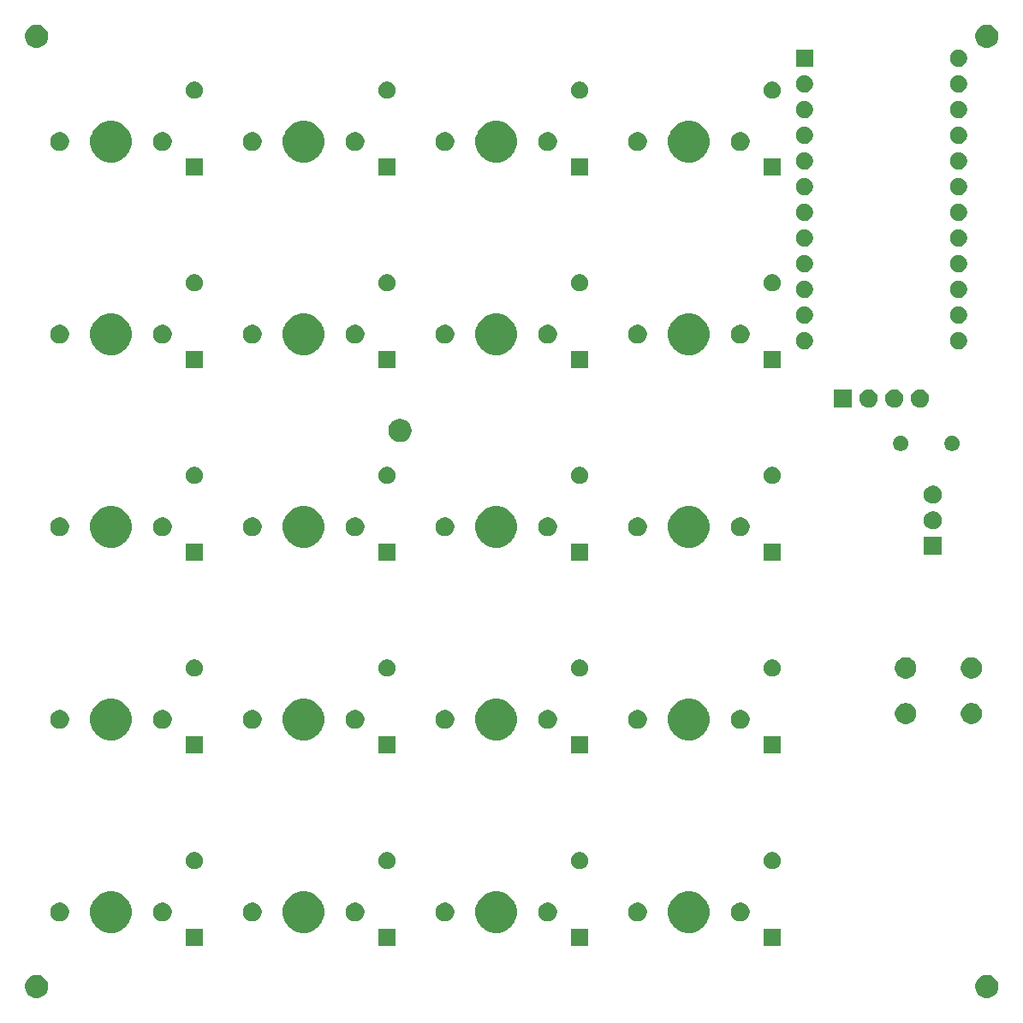
<source format=gbr>
G04 #@! TF.GenerationSoftware,KiCad,Pcbnew,(5.1.5)-3*
G04 #@! TF.CreationDate,2020-01-22T14:59:38+00:00*
G04 #@! TF.ProjectId,macro20,6d616372-6f32-4302-9e6b-696361645f70,rev?*
G04 #@! TF.SameCoordinates,Original*
G04 #@! TF.FileFunction,Soldermask,Top*
G04 #@! TF.FilePolarity,Negative*
%FSLAX46Y46*%
G04 Gerber Fmt 4.6, Leading zero omitted, Abs format (unit mm)*
G04 Created by KiCad (PCBNEW (5.1.5)-3) date 2020-01-22 14:59:38*
%MOMM*%
%LPD*%
G04 APERTURE LIST*
%ADD10C,0.100000*%
G04 APERTURE END LIST*
D10*
G36*
X166848549Y-144667116D02*
G01*
X166959734Y-144689232D01*
X167169203Y-144775997D01*
X167357720Y-144901960D01*
X167518040Y-145062280D01*
X167644003Y-145250797D01*
X167730768Y-145460266D01*
X167775000Y-145682636D01*
X167775000Y-145909364D01*
X167730768Y-146131734D01*
X167644003Y-146341203D01*
X167518040Y-146529720D01*
X167357720Y-146690040D01*
X167169203Y-146816003D01*
X166959734Y-146902768D01*
X166848549Y-146924884D01*
X166737365Y-146947000D01*
X166510635Y-146947000D01*
X166399451Y-146924884D01*
X166288266Y-146902768D01*
X166078797Y-146816003D01*
X165890280Y-146690040D01*
X165729960Y-146529720D01*
X165603997Y-146341203D01*
X165517232Y-146131734D01*
X165473000Y-145909364D01*
X165473000Y-145682636D01*
X165517232Y-145460266D01*
X165603997Y-145250797D01*
X165729960Y-145062280D01*
X165890280Y-144901960D01*
X166078797Y-144775997D01*
X166288266Y-144689232D01*
X166399451Y-144667116D01*
X166510635Y-144645000D01*
X166737365Y-144645000D01*
X166848549Y-144667116D01*
G37*
G36*
X72868549Y-144667116D02*
G01*
X72979734Y-144689232D01*
X73189203Y-144775997D01*
X73377720Y-144901960D01*
X73538040Y-145062280D01*
X73664003Y-145250797D01*
X73750768Y-145460266D01*
X73795000Y-145682636D01*
X73795000Y-145909364D01*
X73750768Y-146131734D01*
X73664003Y-146341203D01*
X73538040Y-146529720D01*
X73377720Y-146690040D01*
X73189203Y-146816003D01*
X72979734Y-146902768D01*
X72868549Y-146924884D01*
X72757365Y-146947000D01*
X72530635Y-146947000D01*
X72419451Y-146924884D01*
X72308266Y-146902768D01*
X72098797Y-146816003D01*
X71910280Y-146690040D01*
X71749960Y-146529720D01*
X71623997Y-146341203D01*
X71537232Y-146131734D01*
X71493000Y-145909364D01*
X71493000Y-145682636D01*
X71537232Y-145460266D01*
X71623997Y-145250797D01*
X71749960Y-145062280D01*
X71910280Y-144901960D01*
X72098797Y-144775997D01*
X72308266Y-144689232D01*
X72419451Y-144667116D01*
X72530635Y-144645000D01*
X72757365Y-144645000D01*
X72868549Y-144667116D01*
G37*
G36*
X146266000Y-141821000D02*
G01*
X144564000Y-141821000D01*
X144564000Y-140119000D01*
X146266000Y-140119000D01*
X146266000Y-141821000D01*
G37*
G36*
X108166000Y-141821000D02*
G01*
X106464000Y-141821000D01*
X106464000Y-140119000D01*
X108166000Y-140119000D01*
X108166000Y-141821000D01*
G37*
G36*
X89116000Y-141821000D02*
G01*
X87414000Y-141821000D01*
X87414000Y-140119000D01*
X89116000Y-140119000D01*
X89116000Y-141821000D01*
G37*
G36*
X127216000Y-141821000D02*
G01*
X125514000Y-141821000D01*
X125514000Y-140119000D01*
X127216000Y-140119000D01*
X127216000Y-141821000D01*
G37*
G36*
X80606474Y-136463684D02*
G01*
X80824474Y-136553983D01*
X80978623Y-136617833D01*
X81313548Y-136841623D01*
X81598377Y-137126452D01*
X81822167Y-137461377D01*
X81854562Y-137539586D01*
X81976316Y-137833526D01*
X82054900Y-138228594D01*
X82054900Y-138631406D01*
X81976316Y-139026474D01*
X81925451Y-139149272D01*
X81822167Y-139398623D01*
X81598377Y-139733548D01*
X81313548Y-140018377D01*
X80978623Y-140242167D01*
X80824474Y-140306017D01*
X80606474Y-140396316D01*
X80211406Y-140474900D01*
X79808594Y-140474900D01*
X79413526Y-140396316D01*
X79195526Y-140306017D01*
X79041377Y-140242167D01*
X78706452Y-140018377D01*
X78421623Y-139733548D01*
X78197833Y-139398623D01*
X78094549Y-139149272D01*
X78043684Y-139026474D01*
X77965100Y-138631406D01*
X77965100Y-138228594D01*
X78043684Y-137833526D01*
X78165438Y-137539586D01*
X78197833Y-137461377D01*
X78421623Y-137126452D01*
X78706452Y-136841623D01*
X79041377Y-136617833D01*
X79195526Y-136553983D01*
X79413526Y-136463684D01*
X79808594Y-136385100D01*
X80211406Y-136385100D01*
X80606474Y-136463684D01*
G37*
G36*
X99656474Y-136463684D02*
G01*
X99874474Y-136553983D01*
X100028623Y-136617833D01*
X100363548Y-136841623D01*
X100648377Y-137126452D01*
X100872167Y-137461377D01*
X100904562Y-137539586D01*
X101026316Y-137833526D01*
X101104900Y-138228594D01*
X101104900Y-138631406D01*
X101026316Y-139026474D01*
X100975451Y-139149272D01*
X100872167Y-139398623D01*
X100648377Y-139733548D01*
X100363548Y-140018377D01*
X100028623Y-140242167D01*
X99874474Y-140306017D01*
X99656474Y-140396316D01*
X99261406Y-140474900D01*
X98858594Y-140474900D01*
X98463526Y-140396316D01*
X98245526Y-140306017D01*
X98091377Y-140242167D01*
X97756452Y-140018377D01*
X97471623Y-139733548D01*
X97247833Y-139398623D01*
X97144549Y-139149272D01*
X97093684Y-139026474D01*
X97015100Y-138631406D01*
X97015100Y-138228594D01*
X97093684Y-137833526D01*
X97215438Y-137539586D01*
X97247833Y-137461377D01*
X97471623Y-137126452D01*
X97756452Y-136841623D01*
X98091377Y-136617833D01*
X98245526Y-136553983D01*
X98463526Y-136463684D01*
X98858594Y-136385100D01*
X99261406Y-136385100D01*
X99656474Y-136463684D01*
G37*
G36*
X118706474Y-136463684D02*
G01*
X118924474Y-136553983D01*
X119078623Y-136617833D01*
X119413548Y-136841623D01*
X119698377Y-137126452D01*
X119922167Y-137461377D01*
X119954562Y-137539586D01*
X120076316Y-137833526D01*
X120154900Y-138228594D01*
X120154900Y-138631406D01*
X120076316Y-139026474D01*
X120025451Y-139149272D01*
X119922167Y-139398623D01*
X119698377Y-139733548D01*
X119413548Y-140018377D01*
X119078623Y-140242167D01*
X118924474Y-140306017D01*
X118706474Y-140396316D01*
X118311406Y-140474900D01*
X117908594Y-140474900D01*
X117513526Y-140396316D01*
X117295526Y-140306017D01*
X117141377Y-140242167D01*
X116806452Y-140018377D01*
X116521623Y-139733548D01*
X116297833Y-139398623D01*
X116194549Y-139149272D01*
X116143684Y-139026474D01*
X116065100Y-138631406D01*
X116065100Y-138228594D01*
X116143684Y-137833526D01*
X116265438Y-137539586D01*
X116297833Y-137461377D01*
X116521623Y-137126452D01*
X116806452Y-136841623D01*
X117141377Y-136617833D01*
X117295526Y-136553983D01*
X117513526Y-136463684D01*
X117908594Y-136385100D01*
X118311406Y-136385100D01*
X118706474Y-136463684D01*
G37*
G36*
X137756474Y-136463684D02*
G01*
X137974474Y-136553983D01*
X138128623Y-136617833D01*
X138463548Y-136841623D01*
X138748377Y-137126452D01*
X138972167Y-137461377D01*
X139004562Y-137539586D01*
X139126316Y-137833526D01*
X139204900Y-138228594D01*
X139204900Y-138631406D01*
X139126316Y-139026474D01*
X139075451Y-139149272D01*
X138972167Y-139398623D01*
X138748377Y-139733548D01*
X138463548Y-140018377D01*
X138128623Y-140242167D01*
X137974474Y-140306017D01*
X137756474Y-140396316D01*
X137361406Y-140474900D01*
X136958594Y-140474900D01*
X136563526Y-140396316D01*
X136345526Y-140306017D01*
X136191377Y-140242167D01*
X135856452Y-140018377D01*
X135571623Y-139733548D01*
X135347833Y-139398623D01*
X135244549Y-139149272D01*
X135193684Y-139026474D01*
X135115100Y-138631406D01*
X135115100Y-138228594D01*
X135193684Y-137833526D01*
X135315438Y-137539586D01*
X135347833Y-137461377D01*
X135571623Y-137126452D01*
X135856452Y-136841623D01*
X136191377Y-136617833D01*
X136345526Y-136553983D01*
X136563526Y-136463684D01*
X136958594Y-136385100D01*
X137361406Y-136385100D01*
X137756474Y-136463684D01*
G37*
G36*
X75200104Y-137539585D02*
G01*
X75368626Y-137609389D01*
X75520291Y-137710728D01*
X75649272Y-137839709D01*
X75750611Y-137991374D01*
X75820415Y-138159896D01*
X75856000Y-138338797D01*
X75856000Y-138521203D01*
X75820415Y-138700104D01*
X75750611Y-138868626D01*
X75649272Y-139020291D01*
X75520291Y-139149272D01*
X75368626Y-139250611D01*
X75200104Y-139320415D01*
X75021203Y-139356000D01*
X74838797Y-139356000D01*
X74659896Y-139320415D01*
X74491374Y-139250611D01*
X74339709Y-139149272D01*
X74210728Y-139020291D01*
X74109389Y-138868626D01*
X74039585Y-138700104D01*
X74004000Y-138521203D01*
X74004000Y-138338797D01*
X74039585Y-138159896D01*
X74109389Y-137991374D01*
X74210728Y-137839709D01*
X74339709Y-137710728D01*
X74491374Y-137609389D01*
X74659896Y-137539585D01*
X74838797Y-137504000D01*
X75021203Y-137504000D01*
X75200104Y-137539585D01*
G37*
G36*
X113300104Y-137539585D02*
G01*
X113468626Y-137609389D01*
X113620291Y-137710728D01*
X113749272Y-137839709D01*
X113850611Y-137991374D01*
X113920415Y-138159896D01*
X113956000Y-138338797D01*
X113956000Y-138521203D01*
X113920415Y-138700104D01*
X113850611Y-138868626D01*
X113749272Y-139020291D01*
X113620291Y-139149272D01*
X113468626Y-139250611D01*
X113300104Y-139320415D01*
X113121203Y-139356000D01*
X112938797Y-139356000D01*
X112759896Y-139320415D01*
X112591374Y-139250611D01*
X112439709Y-139149272D01*
X112310728Y-139020291D01*
X112209389Y-138868626D01*
X112139585Y-138700104D01*
X112104000Y-138521203D01*
X112104000Y-138338797D01*
X112139585Y-138159896D01*
X112209389Y-137991374D01*
X112310728Y-137839709D01*
X112439709Y-137710728D01*
X112591374Y-137609389D01*
X112759896Y-137539585D01*
X112938797Y-137504000D01*
X113121203Y-137504000D01*
X113300104Y-137539585D01*
G37*
G36*
X132350104Y-137539585D02*
G01*
X132518626Y-137609389D01*
X132670291Y-137710728D01*
X132799272Y-137839709D01*
X132900611Y-137991374D01*
X132970415Y-138159896D01*
X133006000Y-138338797D01*
X133006000Y-138521203D01*
X132970415Y-138700104D01*
X132900611Y-138868626D01*
X132799272Y-139020291D01*
X132670291Y-139149272D01*
X132518626Y-139250611D01*
X132350104Y-139320415D01*
X132171203Y-139356000D01*
X131988797Y-139356000D01*
X131809896Y-139320415D01*
X131641374Y-139250611D01*
X131489709Y-139149272D01*
X131360728Y-139020291D01*
X131259389Y-138868626D01*
X131189585Y-138700104D01*
X131154000Y-138521203D01*
X131154000Y-138338797D01*
X131189585Y-138159896D01*
X131259389Y-137991374D01*
X131360728Y-137839709D01*
X131489709Y-137710728D01*
X131641374Y-137609389D01*
X131809896Y-137539585D01*
X131988797Y-137504000D01*
X132171203Y-137504000D01*
X132350104Y-137539585D01*
G37*
G36*
X142510104Y-137539585D02*
G01*
X142678626Y-137609389D01*
X142830291Y-137710728D01*
X142959272Y-137839709D01*
X143060611Y-137991374D01*
X143130415Y-138159896D01*
X143166000Y-138338797D01*
X143166000Y-138521203D01*
X143130415Y-138700104D01*
X143060611Y-138868626D01*
X142959272Y-139020291D01*
X142830291Y-139149272D01*
X142678626Y-139250611D01*
X142510104Y-139320415D01*
X142331203Y-139356000D01*
X142148797Y-139356000D01*
X141969896Y-139320415D01*
X141801374Y-139250611D01*
X141649709Y-139149272D01*
X141520728Y-139020291D01*
X141419389Y-138868626D01*
X141349585Y-138700104D01*
X141314000Y-138521203D01*
X141314000Y-138338797D01*
X141349585Y-138159896D01*
X141419389Y-137991374D01*
X141520728Y-137839709D01*
X141649709Y-137710728D01*
X141801374Y-137609389D01*
X141969896Y-137539585D01*
X142148797Y-137504000D01*
X142331203Y-137504000D01*
X142510104Y-137539585D01*
G37*
G36*
X104410104Y-137539585D02*
G01*
X104578626Y-137609389D01*
X104730291Y-137710728D01*
X104859272Y-137839709D01*
X104960611Y-137991374D01*
X105030415Y-138159896D01*
X105066000Y-138338797D01*
X105066000Y-138521203D01*
X105030415Y-138700104D01*
X104960611Y-138868626D01*
X104859272Y-139020291D01*
X104730291Y-139149272D01*
X104578626Y-139250611D01*
X104410104Y-139320415D01*
X104231203Y-139356000D01*
X104048797Y-139356000D01*
X103869896Y-139320415D01*
X103701374Y-139250611D01*
X103549709Y-139149272D01*
X103420728Y-139020291D01*
X103319389Y-138868626D01*
X103249585Y-138700104D01*
X103214000Y-138521203D01*
X103214000Y-138338797D01*
X103249585Y-138159896D01*
X103319389Y-137991374D01*
X103420728Y-137839709D01*
X103549709Y-137710728D01*
X103701374Y-137609389D01*
X103869896Y-137539585D01*
X104048797Y-137504000D01*
X104231203Y-137504000D01*
X104410104Y-137539585D01*
G37*
G36*
X94250104Y-137539585D02*
G01*
X94418626Y-137609389D01*
X94570291Y-137710728D01*
X94699272Y-137839709D01*
X94800611Y-137991374D01*
X94870415Y-138159896D01*
X94906000Y-138338797D01*
X94906000Y-138521203D01*
X94870415Y-138700104D01*
X94800611Y-138868626D01*
X94699272Y-139020291D01*
X94570291Y-139149272D01*
X94418626Y-139250611D01*
X94250104Y-139320415D01*
X94071203Y-139356000D01*
X93888797Y-139356000D01*
X93709896Y-139320415D01*
X93541374Y-139250611D01*
X93389709Y-139149272D01*
X93260728Y-139020291D01*
X93159389Y-138868626D01*
X93089585Y-138700104D01*
X93054000Y-138521203D01*
X93054000Y-138338797D01*
X93089585Y-138159896D01*
X93159389Y-137991374D01*
X93260728Y-137839709D01*
X93389709Y-137710728D01*
X93541374Y-137609389D01*
X93709896Y-137539585D01*
X93888797Y-137504000D01*
X94071203Y-137504000D01*
X94250104Y-137539585D01*
G37*
G36*
X85360104Y-137539585D02*
G01*
X85528626Y-137609389D01*
X85680291Y-137710728D01*
X85809272Y-137839709D01*
X85910611Y-137991374D01*
X85980415Y-138159896D01*
X86016000Y-138338797D01*
X86016000Y-138521203D01*
X85980415Y-138700104D01*
X85910611Y-138868626D01*
X85809272Y-139020291D01*
X85680291Y-139149272D01*
X85528626Y-139250611D01*
X85360104Y-139320415D01*
X85181203Y-139356000D01*
X84998797Y-139356000D01*
X84819896Y-139320415D01*
X84651374Y-139250611D01*
X84499709Y-139149272D01*
X84370728Y-139020291D01*
X84269389Y-138868626D01*
X84199585Y-138700104D01*
X84164000Y-138521203D01*
X84164000Y-138338797D01*
X84199585Y-138159896D01*
X84269389Y-137991374D01*
X84370728Y-137839709D01*
X84499709Y-137710728D01*
X84651374Y-137609389D01*
X84819896Y-137539585D01*
X84998797Y-137504000D01*
X85181203Y-137504000D01*
X85360104Y-137539585D01*
G37*
G36*
X123460104Y-137539585D02*
G01*
X123628626Y-137609389D01*
X123780291Y-137710728D01*
X123909272Y-137839709D01*
X124010611Y-137991374D01*
X124080415Y-138159896D01*
X124116000Y-138338797D01*
X124116000Y-138521203D01*
X124080415Y-138700104D01*
X124010611Y-138868626D01*
X123909272Y-139020291D01*
X123780291Y-139149272D01*
X123628626Y-139250611D01*
X123460104Y-139320415D01*
X123281203Y-139356000D01*
X123098797Y-139356000D01*
X122919896Y-139320415D01*
X122751374Y-139250611D01*
X122599709Y-139149272D01*
X122470728Y-139020291D01*
X122369389Y-138868626D01*
X122299585Y-138700104D01*
X122264000Y-138521203D01*
X122264000Y-138338797D01*
X122299585Y-138159896D01*
X122369389Y-137991374D01*
X122470728Y-137839709D01*
X122599709Y-137710728D01*
X122751374Y-137609389D01*
X122919896Y-137539585D01*
X123098797Y-137504000D01*
X123281203Y-137504000D01*
X123460104Y-137539585D01*
G37*
G36*
X107563228Y-132531703D02*
G01*
X107718100Y-132595853D01*
X107857481Y-132688985D01*
X107976015Y-132807519D01*
X108069147Y-132946900D01*
X108133297Y-133101772D01*
X108166000Y-133266184D01*
X108166000Y-133433816D01*
X108133297Y-133598228D01*
X108069147Y-133753100D01*
X107976015Y-133892481D01*
X107857481Y-134011015D01*
X107718100Y-134104147D01*
X107563228Y-134168297D01*
X107398816Y-134201000D01*
X107231184Y-134201000D01*
X107066772Y-134168297D01*
X106911900Y-134104147D01*
X106772519Y-134011015D01*
X106653985Y-133892481D01*
X106560853Y-133753100D01*
X106496703Y-133598228D01*
X106464000Y-133433816D01*
X106464000Y-133266184D01*
X106496703Y-133101772D01*
X106560853Y-132946900D01*
X106653985Y-132807519D01*
X106772519Y-132688985D01*
X106911900Y-132595853D01*
X107066772Y-132531703D01*
X107231184Y-132499000D01*
X107398816Y-132499000D01*
X107563228Y-132531703D01*
G37*
G36*
X126613228Y-132531703D02*
G01*
X126768100Y-132595853D01*
X126907481Y-132688985D01*
X127026015Y-132807519D01*
X127119147Y-132946900D01*
X127183297Y-133101772D01*
X127216000Y-133266184D01*
X127216000Y-133433816D01*
X127183297Y-133598228D01*
X127119147Y-133753100D01*
X127026015Y-133892481D01*
X126907481Y-134011015D01*
X126768100Y-134104147D01*
X126613228Y-134168297D01*
X126448816Y-134201000D01*
X126281184Y-134201000D01*
X126116772Y-134168297D01*
X125961900Y-134104147D01*
X125822519Y-134011015D01*
X125703985Y-133892481D01*
X125610853Y-133753100D01*
X125546703Y-133598228D01*
X125514000Y-133433816D01*
X125514000Y-133266184D01*
X125546703Y-133101772D01*
X125610853Y-132946900D01*
X125703985Y-132807519D01*
X125822519Y-132688985D01*
X125961900Y-132595853D01*
X126116772Y-132531703D01*
X126281184Y-132499000D01*
X126448816Y-132499000D01*
X126613228Y-132531703D01*
G37*
G36*
X145663228Y-132531703D02*
G01*
X145818100Y-132595853D01*
X145957481Y-132688985D01*
X146076015Y-132807519D01*
X146169147Y-132946900D01*
X146233297Y-133101772D01*
X146266000Y-133266184D01*
X146266000Y-133433816D01*
X146233297Y-133598228D01*
X146169147Y-133753100D01*
X146076015Y-133892481D01*
X145957481Y-134011015D01*
X145818100Y-134104147D01*
X145663228Y-134168297D01*
X145498816Y-134201000D01*
X145331184Y-134201000D01*
X145166772Y-134168297D01*
X145011900Y-134104147D01*
X144872519Y-134011015D01*
X144753985Y-133892481D01*
X144660853Y-133753100D01*
X144596703Y-133598228D01*
X144564000Y-133433816D01*
X144564000Y-133266184D01*
X144596703Y-133101772D01*
X144660853Y-132946900D01*
X144753985Y-132807519D01*
X144872519Y-132688985D01*
X145011900Y-132595853D01*
X145166772Y-132531703D01*
X145331184Y-132499000D01*
X145498816Y-132499000D01*
X145663228Y-132531703D01*
G37*
G36*
X88513228Y-132531703D02*
G01*
X88668100Y-132595853D01*
X88807481Y-132688985D01*
X88926015Y-132807519D01*
X89019147Y-132946900D01*
X89083297Y-133101772D01*
X89116000Y-133266184D01*
X89116000Y-133433816D01*
X89083297Y-133598228D01*
X89019147Y-133753100D01*
X88926015Y-133892481D01*
X88807481Y-134011015D01*
X88668100Y-134104147D01*
X88513228Y-134168297D01*
X88348816Y-134201000D01*
X88181184Y-134201000D01*
X88016772Y-134168297D01*
X87861900Y-134104147D01*
X87722519Y-134011015D01*
X87603985Y-133892481D01*
X87510853Y-133753100D01*
X87446703Y-133598228D01*
X87414000Y-133433816D01*
X87414000Y-133266184D01*
X87446703Y-133101772D01*
X87510853Y-132946900D01*
X87603985Y-132807519D01*
X87722519Y-132688985D01*
X87861900Y-132595853D01*
X88016772Y-132531703D01*
X88181184Y-132499000D01*
X88348816Y-132499000D01*
X88513228Y-132531703D01*
G37*
G36*
X127216000Y-122771000D02*
G01*
X125514000Y-122771000D01*
X125514000Y-121069000D01*
X127216000Y-121069000D01*
X127216000Y-122771000D01*
G37*
G36*
X146266000Y-122771000D02*
G01*
X144564000Y-122771000D01*
X144564000Y-121069000D01*
X146266000Y-121069000D01*
X146266000Y-122771000D01*
G37*
G36*
X89116000Y-122771000D02*
G01*
X87414000Y-122771000D01*
X87414000Y-121069000D01*
X89116000Y-121069000D01*
X89116000Y-122771000D01*
G37*
G36*
X108166000Y-122771000D02*
G01*
X106464000Y-122771000D01*
X106464000Y-121069000D01*
X108166000Y-121069000D01*
X108166000Y-122771000D01*
G37*
G36*
X99656474Y-117413684D02*
G01*
X99874474Y-117503983D01*
X100028623Y-117567833D01*
X100363548Y-117791623D01*
X100648377Y-118076452D01*
X100872167Y-118411377D01*
X100904562Y-118489586D01*
X101026316Y-118783526D01*
X101104900Y-119178594D01*
X101104900Y-119581406D01*
X101026316Y-119976474D01*
X100975451Y-120099272D01*
X100872167Y-120348623D01*
X100648377Y-120683548D01*
X100363548Y-120968377D01*
X100028623Y-121192167D01*
X99874474Y-121256017D01*
X99656474Y-121346316D01*
X99261406Y-121424900D01*
X98858594Y-121424900D01*
X98463526Y-121346316D01*
X98245526Y-121256017D01*
X98091377Y-121192167D01*
X97756452Y-120968377D01*
X97471623Y-120683548D01*
X97247833Y-120348623D01*
X97144549Y-120099272D01*
X97093684Y-119976474D01*
X97015100Y-119581406D01*
X97015100Y-119178594D01*
X97093684Y-118783526D01*
X97215438Y-118489586D01*
X97247833Y-118411377D01*
X97471623Y-118076452D01*
X97756452Y-117791623D01*
X98091377Y-117567833D01*
X98245526Y-117503983D01*
X98463526Y-117413684D01*
X98858594Y-117335100D01*
X99261406Y-117335100D01*
X99656474Y-117413684D01*
G37*
G36*
X118706474Y-117413684D02*
G01*
X118924474Y-117503983D01*
X119078623Y-117567833D01*
X119413548Y-117791623D01*
X119698377Y-118076452D01*
X119922167Y-118411377D01*
X119954562Y-118489586D01*
X120076316Y-118783526D01*
X120154900Y-119178594D01*
X120154900Y-119581406D01*
X120076316Y-119976474D01*
X120025451Y-120099272D01*
X119922167Y-120348623D01*
X119698377Y-120683548D01*
X119413548Y-120968377D01*
X119078623Y-121192167D01*
X118924474Y-121256017D01*
X118706474Y-121346316D01*
X118311406Y-121424900D01*
X117908594Y-121424900D01*
X117513526Y-121346316D01*
X117295526Y-121256017D01*
X117141377Y-121192167D01*
X116806452Y-120968377D01*
X116521623Y-120683548D01*
X116297833Y-120348623D01*
X116194549Y-120099272D01*
X116143684Y-119976474D01*
X116065100Y-119581406D01*
X116065100Y-119178594D01*
X116143684Y-118783526D01*
X116265438Y-118489586D01*
X116297833Y-118411377D01*
X116521623Y-118076452D01*
X116806452Y-117791623D01*
X117141377Y-117567833D01*
X117295526Y-117503983D01*
X117513526Y-117413684D01*
X117908594Y-117335100D01*
X118311406Y-117335100D01*
X118706474Y-117413684D01*
G37*
G36*
X137756474Y-117413684D02*
G01*
X137974474Y-117503983D01*
X138128623Y-117567833D01*
X138463548Y-117791623D01*
X138748377Y-118076452D01*
X138972167Y-118411377D01*
X139004562Y-118489586D01*
X139126316Y-118783526D01*
X139204900Y-119178594D01*
X139204900Y-119581406D01*
X139126316Y-119976474D01*
X139075451Y-120099272D01*
X138972167Y-120348623D01*
X138748377Y-120683548D01*
X138463548Y-120968377D01*
X138128623Y-121192167D01*
X137974474Y-121256017D01*
X137756474Y-121346316D01*
X137361406Y-121424900D01*
X136958594Y-121424900D01*
X136563526Y-121346316D01*
X136345526Y-121256017D01*
X136191377Y-121192167D01*
X135856452Y-120968377D01*
X135571623Y-120683548D01*
X135347833Y-120348623D01*
X135244549Y-120099272D01*
X135193684Y-119976474D01*
X135115100Y-119581406D01*
X135115100Y-119178594D01*
X135193684Y-118783526D01*
X135315438Y-118489586D01*
X135347833Y-118411377D01*
X135571623Y-118076452D01*
X135856452Y-117791623D01*
X136191377Y-117567833D01*
X136345526Y-117503983D01*
X136563526Y-117413684D01*
X136958594Y-117335100D01*
X137361406Y-117335100D01*
X137756474Y-117413684D01*
G37*
G36*
X80606474Y-117413684D02*
G01*
X80824474Y-117503983D01*
X80978623Y-117567833D01*
X81313548Y-117791623D01*
X81598377Y-118076452D01*
X81822167Y-118411377D01*
X81854562Y-118489586D01*
X81976316Y-118783526D01*
X82054900Y-119178594D01*
X82054900Y-119581406D01*
X81976316Y-119976474D01*
X81925451Y-120099272D01*
X81822167Y-120348623D01*
X81598377Y-120683548D01*
X81313548Y-120968377D01*
X80978623Y-121192167D01*
X80824474Y-121256017D01*
X80606474Y-121346316D01*
X80211406Y-121424900D01*
X79808594Y-121424900D01*
X79413526Y-121346316D01*
X79195526Y-121256017D01*
X79041377Y-121192167D01*
X78706452Y-120968377D01*
X78421623Y-120683548D01*
X78197833Y-120348623D01*
X78094549Y-120099272D01*
X78043684Y-119976474D01*
X77965100Y-119581406D01*
X77965100Y-119178594D01*
X78043684Y-118783526D01*
X78165438Y-118489586D01*
X78197833Y-118411377D01*
X78421623Y-118076452D01*
X78706452Y-117791623D01*
X79041377Y-117567833D01*
X79195526Y-117503983D01*
X79413526Y-117413684D01*
X79808594Y-117335100D01*
X80211406Y-117335100D01*
X80606474Y-117413684D01*
G37*
G36*
X75200104Y-118489585D02*
G01*
X75368626Y-118559389D01*
X75520291Y-118660728D01*
X75649272Y-118789709D01*
X75750611Y-118941374D01*
X75820415Y-119109896D01*
X75856000Y-119288797D01*
X75856000Y-119471203D01*
X75820415Y-119650104D01*
X75750611Y-119818626D01*
X75649272Y-119970291D01*
X75520291Y-120099272D01*
X75368626Y-120200611D01*
X75200104Y-120270415D01*
X75021203Y-120306000D01*
X74838797Y-120306000D01*
X74659896Y-120270415D01*
X74491374Y-120200611D01*
X74339709Y-120099272D01*
X74210728Y-119970291D01*
X74109389Y-119818626D01*
X74039585Y-119650104D01*
X74004000Y-119471203D01*
X74004000Y-119288797D01*
X74039585Y-119109896D01*
X74109389Y-118941374D01*
X74210728Y-118789709D01*
X74339709Y-118660728D01*
X74491374Y-118559389D01*
X74659896Y-118489585D01*
X74838797Y-118454000D01*
X75021203Y-118454000D01*
X75200104Y-118489585D01*
G37*
G36*
X94250104Y-118489585D02*
G01*
X94418626Y-118559389D01*
X94570291Y-118660728D01*
X94699272Y-118789709D01*
X94800611Y-118941374D01*
X94870415Y-119109896D01*
X94906000Y-119288797D01*
X94906000Y-119471203D01*
X94870415Y-119650104D01*
X94800611Y-119818626D01*
X94699272Y-119970291D01*
X94570291Y-120099272D01*
X94418626Y-120200611D01*
X94250104Y-120270415D01*
X94071203Y-120306000D01*
X93888797Y-120306000D01*
X93709896Y-120270415D01*
X93541374Y-120200611D01*
X93389709Y-120099272D01*
X93260728Y-119970291D01*
X93159389Y-119818626D01*
X93089585Y-119650104D01*
X93054000Y-119471203D01*
X93054000Y-119288797D01*
X93089585Y-119109896D01*
X93159389Y-118941374D01*
X93260728Y-118789709D01*
X93389709Y-118660728D01*
X93541374Y-118559389D01*
X93709896Y-118489585D01*
X93888797Y-118454000D01*
X94071203Y-118454000D01*
X94250104Y-118489585D01*
G37*
G36*
X104410104Y-118489585D02*
G01*
X104578626Y-118559389D01*
X104730291Y-118660728D01*
X104859272Y-118789709D01*
X104960611Y-118941374D01*
X105030415Y-119109896D01*
X105066000Y-119288797D01*
X105066000Y-119471203D01*
X105030415Y-119650104D01*
X104960611Y-119818626D01*
X104859272Y-119970291D01*
X104730291Y-120099272D01*
X104578626Y-120200611D01*
X104410104Y-120270415D01*
X104231203Y-120306000D01*
X104048797Y-120306000D01*
X103869896Y-120270415D01*
X103701374Y-120200611D01*
X103549709Y-120099272D01*
X103420728Y-119970291D01*
X103319389Y-119818626D01*
X103249585Y-119650104D01*
X103214000Y-119471203D01*
X103214000Y-119288797D01*
X103249585Y-119109896D01*
X103319389Y-118941374D01*
X103420728Y-118789709D01*
X103549709Y-118660728D01*
X103701374Y-118559389D01*
X103869896Y-118489585D01*
X104048797Y-118454000D01*
X104231203Y-118454000D01*
X104410104Y-118489585D01*
G37*
G36*
X113300104Y-118489585D02*
G01*
X113468626Y-118559389D01*
X113620291Y-118660728D01*
X113749272Y-118789709D01*
X113850611Y-118941374D01*
X113920415Y-119109896D01*
X113956000Y-119288797D01*
X113956000Y-119471203D01*
X113920415Y-119650104D01*
X113850611Y-119818626D01*
X113749272Y-119970291D01*
X113620291Y-120099272D01*
X113468626Y-120200611D01*
X113300104Y-120270415D01*
X113121203Y-120306000D01*
X112938797Y-120306000D01*
X112759896Y-120270415D01*
X112591374Y-120200611D01*
X112439709Y-120099272D01*
X112310728Y-119970291D01*
X112209389Y-119818626D01*
X112139585Y-119650104D01*
X112104000Y-119471203D01*
X112104000Y-119288797D01*
X112139585Y-119109896D01*
X112209389Y-118941374D01*
X112310728Y-118789709D01*
X112439709Y-118660728D01*
X112591374Y-118559389D01*
X112759896Y-118489585D01*
X112938797Y-118454000D01*
X113121203Y-118454000D01*
X113300104Y-118489585D01*
G37*
G36*
X123460104Y-118489585D02*
G01*
X123628626Y-118559389D01*
X123780291Y-118660728D01*
X123909272Y-118789709D01*
X124010611Y-118941374D01*
X124080415Y-119109896D01*
X124116000Y-119288797D01*
X124116000Y-119471203D01*
X124080415Y-119650104D01*
X124010611Y-119818626D01*
X123909272Y-119970291D01*
X123780291Y-120099272D01*
X123628626Y-120200611D01*
X123460104Y-120270415D01*
X123281203Y-120306000D01*
X123098797Y-120306000D01*
X122919896Y-120270415D01*
X122751374Y-120200611D01*
X122599709Y-120099272D01*
X122470728Y-119970291D01*
X122369389Y-119818626D01*
X122299585Y-119650104D01*
X122264000Y-119471203D01*
X122264000Y-119288797D01*
X122299585Y-119109896D01*
X122369389Y-118941374D01*
X122470728Y-118789709D01*
X122599709Y-118660728D01*
X122751374Y-118559389D01*
X122919896Y-118489585D01*
X123098797Y-118454000D01*
X123281203Y-118454000D01*
X123460104Y-118489585D01*
G37*
G36*
X132350104Y-118489585D02*
G01*
X132518626Y-118559389D01*
X132670291Y-118660728D01*
X132799272Y-118789709D01*
X132900611Y-118941374D01*
X132970415Y-119109896D01*
X133006000Y-119288797D01*
X133006000Y-119471203D01*
X132970415Y-119650104D01*
X132900611Y-119818626D01*
X132799272Y-119970291D01*
X132670291Y-120099272D01*
X132518626Y-120200611D01*
X132350104Y-120270415D01*
X132171203Y-120306000D01*
X131988797Y-120306000D01*
X131809896Y-120270415D01*
X131641374Y-120200611D01*
X131489709Y-120099272D01*
X131360728Y-119970291D01*
X131259389Y-119818626D01*
X131189585Y-119650104D01*
X131154000Y-119471203D01*
X131154000Y-119288797D01*
X131189585Y-119109896D01*
X131259389Y-118941374D01*
X131360728Y-118789709D01*
X131489709Y-118660728D01*
X131641374Y-118559389D01*
X131809896Y-118489585D01*
X131988797Y-118454000D01*
X132171203Y-118454000D01*
X132350104Y-118489585D01*
G37*
G36*
X85360104Y-118489585D02*
G01*
X85528626Y-118559389D01*
X85680291Y-118660728D01*
X85809272Y-118789709D01*
X85910611Y-118941374D01*
X85980415Y-119109896D01*
X86016000Y-119288797D01*
X86016000Y-119471203D01*
X85980415Y-119650104D01*
X85910611Y-119818626D01*
X85809272Y-119970291D01*
X85680291Y-120099272D01*
X85528626Y-120200611D01*
X85360104Y-120270415D01*
X85181203Y-120306000D01*
X84998797Y-120306000D01*
X84819896Y-120270415D01*
X84651374Y-120200611D01*
X84499709Y-120099272D01*
X84370728Y-119970291D01*
X84269389Y-119818626D01*
X84199585Y-119650104D01*
X84164000Y-119471203D01*
X84164000Y-119288797D01*
X84199585Y-119109896D01*
X84269389Y-118941374D01*
X84370728Y-118789709D01*
X84499709Y-118660728D01*
X84651374Y-118559389D01*
X84819896Y-118489585D01*
X84998797Y-118454000D01*
X85181203Y-118454000D01*
X85360104Y-118489585D01*
G37*
G36*
X142510104Y-118489585D02*
G01*
X142678626Y-118559389D01*
X142830291Y-118660728D01*
X142959272Y-118789709D01*
X143060611Y-118941374D01*
X143130415Y-119109896D01*
X143166000Y-119288797D01*
X143166000Y-119471203D01*
X143130415Y-119650104D01*
X143060611Y-119818626D01*
X142959272Y-119970291D01*
X142830291Y-120099272D01*
X142678626Y-120200611D01*
X142510104Y-120270415D01*
X142331203Y-120306000D01*
X142148797Y-120306000D01*
X141969896Y-120270415D01*
X141801374Y-120200611D01*
X141649709Y-120099272D01*
X141520728Y-119970291D01*
X141419389Y-119818626D01*
X141349585Y-119650104D01*
X141314000Y-119471203D01*
X141314000Y-119288797D01*
X141349585Y-119109896D01*
X141419389Y-118941374D01*
X141520728Y-118789709D01*
X141649709Y-118660728D01*
X141801374Y-118559389D01*
X141969896Y-118489585D01*
X142148797Y-118454000D01*
X142331203Y-118454000D01*
X142510104Y-118489585D01*
G37*
G36*
X165406564Y-117789389D02*
G01*
X165597833Y-117868615D01*
X165597835Y-117868616D01*
X165769973Y-117983635D01*
X165916365Y-118130027D01*
X166031385Y-118302167D01*
X166110611Y-118493436D01*
X166151000Y-118696484D01*
X166151000Y-118903516D01*
X166110611Y-119106564D01*
X166035128Y-119288797D01*
X166031384Y-119297835D01*
X165916365Y-119469973D01*
X165769973Y-119616365D01*
X165597835Y-119731384D01*
X165597834Y-119731385D01*
X165597833Y-119731385D01*
X165406564Y-119810611D01*
X165203516Y-119851000D01*
X164996484Y-119851000D01*
X164793436Y-119810611D01*
X164602167Y-119731385D01*
X164602166Y-119731385D01*
X164602165Y-119731384D01*
X164430027Y-119616365D01*
X164283635Y-119469973D01*
X164168616Y-119297835D01*
X164164872Y-119288797D01*
X164089389Y-119106564D01*
X164049000Y-118903516D01*
X164049000Y-118696484D01*
X164089389Y-118493436D01*
X164168615Y-118302167D01*
X164283635Y-118130027D01*
X164430027Y-117983635D01*
X164602165Y-117868616D01*
X164602167Y-117868615D01*
X164793436Y-117789389D01*
X164996484Y-117749000D01*
X165203516Y-117749000D01*
X165406564Y-117789389D01*
G37*
G36*
X158906564Y-117789389D02*
G01*
X159097833Y-117868615D01*
X159097835Y-117868616D01*
X159269973Y-117983635D01*
X159416365Y-118130027D01*
X159531385Y-118302167D01*
X159610611Y-118493436D01*
X159651000Y-118696484D01*
X159651000Y-118903516D01*
X159610611Y-119106564D01*
X159535128Y-119288797D01*
X159531384Y-119297835D01*
X159416365Y-119469973D01*
X159269973Y-119616365D01*
X159097835Y-119731384D01*
X159097834Y-119731385D01*
X159097833Y-119731385D01*
X158906564Y-119810611D01*
X158703516Y-119851000D01*
X158496484Y-119851000D01*
X158293436Y-119810611D01*
X158102167Y-119731385D01*
X158102166Y-119731385D01*
X158102165Y-119731384D01*
X157930027Y-119616365D01*
X157783635Y-119469973D01*
X157668616Y-119297835D01*
X157664872Y-119288797D01*
X157589389Y-119106564D01*
X157549000Y-118903516D01*
X157549000Y-118696484D01*
X157589389Y-118493436D01*
X157668615Y-118302167D01*
X157783635Y-118130027D01*
X157930027Y-117983635D01*
X158102165Y-117868616D01*
X158102167Y-117868615D01*
X158293436Y-117789389D01*
X158496484Y-117749000D01*
X158703516Y-117749000D01*
X158906564Y-117789389D01*
G37*
G36*
X158906564Y-113289389D02*
G01*
X159097833Y-113368615D01*
X159097835Y-113368616D01*
X159218138Y-113449000D01*
X159269973Y-113483635D01*
X159416365Y-113630027D01*
X159531385Y-113802167D01*
X159610611Y-113993436D01*
X159651000Y-114196484D01*
X159651000Y-114403516D01*
X159610611Y-114606564D01*
X159531385Y-114797833D01*
X159531384Y-114797835D01*
X159416365Y-114969973D01*
X159269973Y-115116365D01*
X159097835Y-115231384D01*
X159097834Y-115231385D01*
X159097833Y-115231385D01*
X158906564Y-115310611D01*
X158703516Y-115351000D01*
X158496484Y-115351000D01*
X158293436Y-115310611D01*
X158102167Y-115231385D01*
X158102166Y-115231385D01*
X158102165Y-115231384D01*
X157930027Y-115116365D01*
X157783635Y-114969973D01*
X157668616Y-114797835D01*
X157668615Y-114797833D01*
X157589389Y-114606564D01*
X157549000Y-114403516D01*
X157549000Y-114196484D01*
X157589389Y-113993436D01*
X157668615Y-113802167D01*
X157783635Y-113630027D01*
X157930027Y-113483635D01*
X157981862Y-113449000D01*
X158102165Y-113368616D01*
X158102167Y-113368615D01*
X158293436Y-113289389D01*
X158496484Y-113249000D01*
X158703516Y-113249000D01*
X158906564Y-113289389D01*
G37*
G36*
X165406564Y-113289389D02*
G01*
X165597833Y-113368615D01*
X165597835Y-113368616D01*
X165718138Y-113449000D01*
X165769973Y-113483635D01*
X165916365Y-113630027D01*
X166031385Y-113802167D01*
X166110611Y-113993436D01*
X166151000Y-114196484D01*
X166151000Y-114403516D01*
X166110611Y-114606564D01*
X166031385Y-114797833D01*
X166031384Y-114797835D01*
X165916365Y-114969973D01*
X165769973Y-115116365D01*
X165597835Y-115231384D01*
X165597834Y-115231385D01*
X165597833Y-115231385D01*
X165406564Y-115310611D01*
X165203516Y-115351000D01*
X164996484Y-115351000D01*
X164793436Y-115310611D01*
X164602167Y-115231385D01*
X164602166Y-115231385D01*
X164602165Y-115231384D01*
X164430027Y-115116365D01*
X164283635Y-114969973D01*
X164168616Y-114797835D01*
X164168615Y-114797833D01*
X164089389Y-114606564D01*
X164049000Y-114403516D01*
X164049000Y-114196484D01*
X164089389Y-113993436D01*
X164168615Y-113802167D01*
X164283635Y-113630027D01*
X164430027Y-113483635D01*
X164481862Y-113449000D01*
X164602165Y-113368616D01*
X164602167Y-113368615D01*
X164793436Y-113289389D01*
X164996484Y-113249000D01*
X165203516Y-113249000D01*
X165406564Y-113289389D01*
G37*
G36*
X145663228Y-113481703D02*
G01*
X145818100Y-113545853D01*
X145957481Y-113638985D01*
X146076015Y-113757519D01*
X146169147Y-113896900D01*
X146233297Y-114051772D01*
X146266000Y-114216184D01*
X146266000Y-114383816D01*
X146233297Y-114548228D01*
X146169147Y-114703100D01*
X146076015Y-114842481D01*
X145957481Y-114961015D01*
X145818100Y-115054147D01*
X145663228Y-115118297D01*
X145498816Y-115151000D01*
X145331184Y-115151000D01*
X145166772Y-115118297D01*
X145011900Y-115054147D01*
X144872519Y-114961015D01*
X144753985Y-114842481D01*
X144660853Y-114703100D01*
X144596703Y-114548228D01*
X144564000Y-114383816D01*
X144564000Y-114216184D01*
X144596703Y-114051772D01*
X144660853Y-113896900D01*
X144753985Y-113757519D01*
X144872519Y-113638985D01*
X145011900Y-113545853D01*
X145166772Y-113481703D01*
X145331184Y-113449000D01*
X145498816Y-113449000D01*
X145663228Y-113481703D01*
G37*
G36*
X126613228Y-113481703D02*
G01*
X126768100Y-113545853D01*
X126907481Y-113638985D01*
X127026015Y-113757519D01*
X127119147Y-113896900D01*
X127183297Y-114051772D01*
X127216000Y-114216184D01*
X127216000Y-114383816D01*
X127183297Y-114548228D01*
X127119147Y-114703100D01*
X127026015Y-114842481D01*
X126907481Y-114961015D01*
X126768100Y-115054147D01*
X126613228Y-115118297D01*
X126448816Y-115151000D01*
X126281184Y-115151000D01*
X126116772Y-115118297D01*
X125961900Y-115054147D01*
X125822519Y-114961015D01*
X125703985Y-114842481D01*
X125610853Y-114703100D01*
X125546703Y-114548228D01*
X125514000Y-114383816D01*
X125514000Y-114216184D01*
X125546703Y-114051772D01*
X125610853Y-113896900D01*
X125703985Y-113757519D01*
X125822519Y-113638985D01*
X125961900Y-113545853D01*
X126116772Y-113481703D01*
X126281184Y-113449000D01*
X126448816Y-113449000D01*
X126613228Y-113481703D01*
G37*
G36*
X88513228Y-113481703D02*
G01*
X88668100Y-113545853D01*
X88807481Y-113638985D01*
X88926015Y-113757519D01*
X89019147Y-113896900D01*
X89083297Y-114051772D01*
X89116000Y-114216184D01*
X89116000Y-114383816D01*
X89083297Y-114548228D01*
X89019147Y-114703100D01*
X88926015Y-114842481D01*
X88807481Y-114961015D01*
X88668100Y-115054147D01*
X88513228Y-115118297D01*
X88348816Y-115151000D01*
X88181184Y-115151000D01*
X88016772Y-115118297D01*
X87861900Y-115054147D01*
X87722519Y-114961015D01*
X87603985Y-114842481D01*
X87510853Y-114703100D01*
X87446703Y-114548228D01*
X87414000Y-114383816D01*
X87414000Y-114216184D01*
X87446703Y-114051772D01*
X87510853Y-113896900D01*
X87603985Y-113757519D01*
X87722519Y-113638985D01*
X87861900Y-113545853D01*
X88016772Y-113481703D01*
X88181184Y-113449000D01*
X88348816Y-113449000D01*
X88513228Y-113481703D01*
G37*
G36*
X107563228Y-113481703D02*
G01*
X107718100Y-113545853D01*
X107857481Y-113638985D01*
X107976015Y-113757519D01*
X108069147Y-113896900D01*
X108133297Y-114051772D01*
X108166000Y-114216184D01*
X108166000Y-114383816D01*
X108133297Y-114548228D01*
X108069147Y-114703100D01*
X107976015Y-114842481D01*
X107857481Y-114961015D01*
X107718100Y-115054147D01*
X107563228Y-115118297D01*
X107398816Y-115151000D01*
X107231184Y-115151000D01*
X107066772Y-115118297D01*
X106911900Y-115054147D01*
X106772519Y-114961015D01*
X106653985Y-114842481D01*
X106560853Y-114703100D01*
X106496703Y-114548228D01*
X106464000Y-114383816D01*
X106464000Y-114216184D01*
X106496703Y-114051772D01*
X106560853Y-113896900D01*
X106653985Y-113757519D01*
X106772519Y-113638985D01*
X106911900Y-113545853D01*
X107066772Y-113481703D01*
X107231184Y-113449000D01*
X107398816Y-113449000D01*
X107563228Y-113481703D01*
G37*
G36*
X146266000Y-103721000D02*
G01*
X144564000Y-103721000D01*
X144564000Y-102019000D01*
X146266000Y-102019000D01*
X146266000Y-103721000D01*
G37*
G36*
X89116000Y-103721000D02*
G01*
X87414000Y-103721000D01*
X87414000Y-102019000D01*
X89116000Y-102019000D01*
X89116000Y-103721000D01*
G37*
G36*
X108166000Y-103721000D02*
G01*
X106464000Y-103721000D01*
X106464000Y-102019000D01*
X108166000Y-102019000D01*
X108166000Y-103721000D01*
G37*
G36*
X127216000Y-103721000D02*
G01*
X125514000Y-103721000D01*
X125514000Y-102019000D01*
X127216000Y-102019000D01*
X127216000Y-103721000D01*
G37*
G36*
X162191000Y-103136000D02*
G01*
X160389000Y-103136000D01*
X160389000Y-101334000D01*
X162191000Y-101334000D01*
X162191000Y-103136000D01*
G37*
G36*
X118706474Y-98363684D02*
G01*
X118924474Y-98453983D01*
X119078623Y-98517833D01*
X119413548Y-98741623D01*
X119698377Y-99026452D01*
X119922167Y-99361377D01*
X119954562Y-99439586D01*
X120076316Y-99733526D01*
X120154900Y-100128594D01*
X120154900Y-100531406D01*
X120076316Y-100926474D01*
X120025451Y-101049272D01*
X119922167Y-101298623D01*
X119698377Y-101633548D01*
X119413548Y-101918377D01*
X119078623Y-102142167D01*
X118924474Y-102206017D01*
X118706474Y-102296316D01*
X118311406Y-102374900D01*
X117908594Y-102374900D01*
X117513526Y-102296316D01*
X117295526Y-102206017D01*
X117141377Y-102142167D01*
X116806452Y-101918377D01*
X116521623Y-101633548D01*
X116297833Y-101298623D01*
X116194549Y-101049272D01*
X116143684Y-100926474D01*
X116065100Y-100531406D01*
X116065100Y-100128594D01*
X116143684Y-99733526D01*
X116265438Y-99439586D01*
X116297833Y-99361377D01*
X116521623Y-99026452D01*
X116806452Y-98741623D01*
X117141377Y-98517833D01*
X117295526Y-98453983D01*
X117513526Y-98363684D01*
X117908594Y-98285100D01*
X118311406Y-98285100D01*
X118706474Y-98363684D01*
G37*
G36*
X137756474Y-98363684D02*
G01*
X137974474Y-98453983D01*
X138128623Y-98517833D01*
X138463548Y-98741623D01*
X138748377Y-99026452D01*
X138972167Y-99361377D01*
X139004562Y-99439586D01*
X139126316Y-99733526D01*
X139204900Y-100128594D01*
X139204900Y-100531406D01*
X139126316Y-100926474D01*
X139075451Y-101049272D01*
X138972167Y-101298623D01*
X138748377Y-101633548D01*
X138463548Y-101918377D01*
X138128623Y-102142167D01*
X137974474Y-102206017D01*
X137756474Y-102296316D01*
X137361406Y-102374900D01*
X136958594Y-102374900D01*
X136563526Y-102296316D01*
X136345526Y-102206017D01*
X136191377Y-102142167D01*
X135856452Y-101918377D01*
X135571623Y-101633548D01*
X135347833Y-101298623D01*
X135244549Y-101049272D01*
X135193684Y-100926474D01*
X135115100Y-100531406D01*
X135115100Y-100128594D01*
X135193684Y-99733526D01*
X135315438Y-99439586D01*
X135347833Y-99361377D01*
X135571623Y-99026452D01*
X135856452Y-98741623D01*
X136191377Y-98517833D01*
X136345526Y-98453983D01*
X136563526Y-98363684D01*
X136958594Y-98285100D01*
X137361406Y-98285100D01*
X137756474Y-98363684D01*
G37*
G36*
X99656474Y-98363684D02*
G01*
X99874474Y-98453983D01*
X100028623Y-98517833D01*
X100363548Y-98741623D01*
X100648377Y-99026452D01*
X100872167Y-99361377D01*
X100904562Y-99439586D01*
X101026316Y-99733526D01*
X101104900Y-100128594D01*
X101104900Y-100531406D01*
X101026316Y-100926474D01*
X100975451Y-101049272D01*
X100872167Y-101298623D01*
X100648377Y-101633548D01*
X100363548Y-101918377D01*
X100028623Y-102142167D01*
X99874474Y-102206017D01*
X99656474Y-102296316D01*
X99261406Y-102374900D01*
X98858594Y-102374900D01*
X98463526Y-102296316D01*
X98245526Y-102206017D01*
X98091377Y-102142167D01*
X97756452Y-101918377D01*
X97471623Y-101633548D01*
X97247833Y-101298623D01*
X97144549Y-101049272D01*
X97093684Y-100926474D01*
X97015100Y-100531406D01*
X97015100Y-100128594D01*
X97093684Y-99733526D01*
X97215438Y-99439586D01*
X97247833Y-99361377D01*
X97471623Y-99026452D01*
X97756452Y-98741623D01*
X98091377Y-98517833D01*
X98245526Y-98453983D01*
X98463526Y-98363684D01*
X98858594Y-98285100D01*
X99261406Y-98285100D01*
X99656474Y-98363684D01*
G37*
G36*
X80606474Y-98363684D02*
G01*
X80824474Y-98453983D01*
X80978623Y-98517833D01*
X81313548Y-98741623D01*
X81598377Y-99026452D01*
X81822167Y-99361377D01*
X81854562Y-99439586D01*
X81976316Y-99733526D01*
X82054900Y-100128594D01*
X82054900Y-100531406D01*
X81976316Y-100926474D01*
X81925451Y-101049272D01*
X81822167Y-101298623D01*
X81598377Y-101633548D01*
X81313548Y-101918377D01*
X80978623Y-102142167D01*
X80824474Y-102206017D01*
X80606474Y-102296316D01*
X80211406Y-102374900D01*
X79808594Y-102374900D01*
X79413526Y-102296316D01*
X79195526Y-102206017D01*
X79041377Y-102142167D01*
X78706452Y-101918377D01*
X78421623Y-101633548D01*
X78197833Y-101298623D01*
X78094549Y-101049272D01*
X78043684Y-100926474D01*
X77965100Y-100531406D01*
X77965100Y-100128594D01*
X78043684Y-99733526D01*
X78165438Y-99439586D01*
X78197833Y-99361377D01*
X78421623Y-99026452D01*
X78706452Y-98741623D01*
X79041377Y-98517833D01*
X79195526Y-98453983D01*
X79413526Y-98363684D01*
X79808594Y-98285100D01*
X80211406Y-98285100D01*
X80606474Y-98363684D01*
G37*
G36*
X94250104Y-99439585D02*
G01*
X94418626Y-99509389D01*
X94570291Y-99610728D01*
X94699272Y-99739709D01*
X94800611Y-99891374D01*
X94870415Y-100059896D01*
X94906000Y-100238797D01*
X94906000Y-100421203D01*
X94870415Y-100600104D01*
X94800611Y-100768626D01*
X94699272Y-100920291D01*
X94570291Y-101049272D01*
X94418626Y-101150611D01*
X94250104Y-101220415D01*
X94071203Y-101256000D01*
X93888797Y-101256000D01*
X93709896Y-101220415D01*
X93541374Y-101150611D01*
X93389709Y-101049272D01*
X93260728Y-100920291D01*
X93159389Y-100768626D01*
X93089585Y-100600104D01*
X93054000Y-100421203D01*
X93054000Y-100238797D01*
X93089585Y-100059896D01*
X93159389Y-99891374D01*
X93260728Y-99739709D01*
X93389709Y-99610728D01*
X93541374Y-99509389D01*
X93709896Y-99439585D01*
X93888797Y-99404000D01*
X94071203Y-99404000D01*
X94250104Y-99439585D01*
G37*
G36*
X104410104Y-99439585D02*
G01*
X104578626Y-99509389D01*
X104730291Y-99610728D01*
X104859272Y-99739709D01*
X104960611Y-99891374D01*
X105030415Y-100059896D01*
X105066000Y-100238797D01*
X105066000Y-100421203D01*
X105030415Y-100600104D01*
X104960611Y-100768626D01*
X104859272Y-100920291D01*
X104730291Y-101049272D01*
X104578626Y-101150611D01*
X104410104Y-101220415D01*
X104231203Y-101256000D01*
X104048797Y-101256000D01*
X103869896Y-101220415D01*
X103701374Y-101150611D01*
X103549709Y-101049272D01*
X103420728Y-100920291D01*
X103319389Y-100768626D01*
X103249585Y-100600104D01*
X103214000Y-100421203D01*
X103214000Y-100238797D01*
X103249585Y-100059896D01*
X103319389Y-99891374D01*
X103420728Y-99739709D01*
X103549709Y-99610728D01*
X103701374Y-99509389D01*
X103869896Y-99439585D01*
X104048797Y-99404000D01*
X104231203Y-99404000D01*
X104410104Y-99439585D01*
G37*
G36*
X113300104Y-99439585D02*
G01*
X113468626Y-99509389D01*
X113620291Y-99610728D01*
X113749272Y-99739709D01*
X113850611Y-99891374D01*
X113920415Y-100059896D01*
X113956000Y-100238797D01*
X113956000Y-100421203D01*
X113920415Y-100600104D01*
X113850611Y-100768626D01*
X113749272Y-100920291D01*
X113620291Y-101049272D01*
X113468626Y-101150611D01*
X113300104Y-101220415D01*
X113121203Y-101256000D01*
X112938797Y-101256000D01*
X112759896Y-101220415D01*
X112591374Y-101150611D01*
X112439709Y-101049272D01*
X112310728Y-100920291D01*
X112209389Y-100768626D01*
X112139585Y-100600104D01*
X112104000Y-100421203D01*
X112104000Y-100238797D01*
X112139585Y-100059896D01*
X112209389Y-99891374D01*
X112310728Y-99739709D01*
X112439709Y-99610728D01*
X112591374Y-99509389D01*
X112759896Y-99439585D01*
X112938797Y-99404000D01*
X113121203Y-99404000D01*
X113300104Y-99439585D01*
G37*
G36*
X123460104Y-99439585D02*
G01*
X123628626Y-99509389D01*
X123780291Y-99610728D01*
X123909272Y-99739709D01*
X124010611Y-99891374D01*
X124080415Y-100059896D01*
X124116000Y-100238797D01*
X124116000Y-100421203D01*
X124080415Y-100600104D01*
X124010611Y-100768626D01*
X123909272Y-100920291D01*
X123780291Y-101049272D01*
X123628626Y-101150611D01*
X123460104Y-101220415D01*
X123281203Y-101256000D01*
X123098797Y-101256000D01*
X122919896Y-101220415D01*
X122751374Y-101150611D01*
X122599709Y-101049272D01*
X122470728Y-100920291D01*
X122369389Y-100768626D01*
X122299585Y-100600104D01*
X122264000Y-100421203D01*
X122264000Y-100238797D01*
X122299585Y-100059896D01*
X122369389Y-99891374D01*
X122470728Y-99739709D01*
X122599709Y-99610728D01*
X122751374Y-99509389D01*
X122919896Y-99439585D01*
X123098797Y-99404000D01*
X123281203Y-99404000D01*
X123460104Y-99439585D01*
G37*
G36*
X142510104Y-99439585D02*
G01*
X142678626Y-99509389D01*
X142830291Y-99610728D01*
X142959272Y-99739709D01*
X143060611Y-99891374D01*
X143130415Y-100059896D01*
X143166000Y-100238797D01*
X143166000Y-100421203D01*
X143130415Y-100600104D01*
X143060611Y-100768626D01*
X142959272Y-100920291D01*
X142830291Y-101049272D01*
X142678626Y-101150611D01*
X142510104Y-101220415D01*
X142331203Y-101256000D01*
X142148797Y-101256000D01*
X141969896Y-101220415D01*
X141801374Y-101150611D01*
X141649709Y-101049272D01*
X141520728Y-100920291D01*
X141419389Y-100768626D01*
X141349585Y-100600104D01*
X141314000Y-100421203D01*
X141314000Y-100238797D01*
X141349585Y-100059896D01*
X141419389Y-99891374D01*
X141520728Y-99739709D01*
X141649709Y-99610728D01*
X141801374Y-99509389D01*
X141969896Y-99439585D01*
X142148797Y-99404000D01*
X142331203Y-99404000D01*
X142510104Y-99439585D01*
G37*
G36*
X132350104Y-99439585D02*
G01*
X132518626Y-99509389D01*
X132670291Y-99610728D01*
X132799272Y-99739709D01*
X132900611Y-99891374D01*
X132970415Y-100059896D01*
X133006000Y-100238797D01*
X133006000Y-100421203D01*
X132970415Y-100600104D01*
X132900611Y-100768626D01*
X132799272Y-100920291D01*
X132670291Y-101049272D01*
X132518626Y-101150611D01*
X132350104Y-101220415D01*
X132171203Y-101256000D01*
X131988797Y-101256000D01*
X131809896Y-101220415D01*
X131641374Y-101150611D01*
X131489709Y-101049272D01*
X131360728Y-100920291D01*
X131259389Y-100768626D01*
X131189585Y-100600104D01*
X131154000Y-100421203D01*
X131154000Y-100238797D01*
X131189585Y-100059896D01*
X131259389Y-99891374D01*
X131360728Y-99739709D01*
X131489709Y-99610728D01*
X131641374Y-99509389D01*
X131809896Y-99439585D01*
X131988797Y-99404000D01*
X132171203Y-99404000D01*
X132350104Y-99439585D01*
G37*
G36*
X75200104Y-99439585D02*
G01*
X75368626Y-99509389D01*
X75520291Y-99610728D01*
X75649272Y-99739709D01*
X75750611Y-99891374D01*
X75820415Y-100059896D01*
X75856000Y-100238797D01*
X75856000Y-100421203D01*
X75820415Y-100600104D01*
X75750611Y-100768626D01*
X75649272Y-100920291D01*
X75520291Y-101049272D01*
X75368626Y-101150611D01*
X75200104Y-101220415D01*
X75021203Y-101256000D01*
X74838797Y-101256000D01*
X74659896Y-101220415D01*
X74491374Y-101150611D01*
X74339709Y-101049272D01*
X74210728Y-100920291D01*
X74109389Y-100768626D01*
X74039585Y-100600104D01*
X74004000Y-100421203D01*
X74004000Y-100238797D01*
X74039585Y-100059896D01*
X74109389Y-99891374D01*
X74210728Y-99739709D01*
X74339709Y-99610728D01*
X74491374Y-99509389D01*
X74659896Y-99439585D01*
X74838797Y-99404000D01*
X75021203Y-99404000D01*
X75200104Y-99439585D01*
G37*
G36*
X85360104Y-99439585D02*
G01*
X85528626Y-99509389D01*
X85680291Y-99610728D01*
X85809272Y-99739709D01*
X85910611Y-99891374D01*
X85980415Y-100059896D01*
X86016000Y-100238797D01*
X86016000Y-100421203D01*
X85980415Y-100600104D01*
X85910611Y-100768626D01*
X85809272Y-100920291D01*
X85680291Y-101049272D01*
X85528626Y-101150611D01*
X85360104Y-101220415D01*
X85181203Y-101256000D01*
X84998797Y-101256000D01*
X84819896Y-101220415D01*
X84651374Y-101150611D01*
X84499709Y-101049272D01*
X84370728Y-100920291D01*
X84269389Y-100768626D01*
X84199585Y-100600104D01*
X84164000Y-100421203D01*
X84164000Y-100238797D01*
X84199585Y-100059896D01*
X84269389Y-99891374D01*
X84370728Y-99739709D01*
X84499709Y-99610728D01*
X84651374Y-99509389D01*
X84819896Y-99439585D01*
X84998797Y-99404000D01*
X85181203Y-99404000D01*
X85360104Y-99439585D01*
G37*
G36*
X161403512Y-98798927D02*
G01*
X161552812Y-98828624D01*
X161716784Y-98896544D01*
X161864354Y-98995147D01*
X161989853Y-99120646D01*
X162088456Y-99268216D01*
X162156376Y-99432188D01*
X162191000Y-99606259D01*
X162191000Y-99783741D01*
X162156376Y-99957812D01*
X162088456Y-100121784D01*
X161989853Y-100269354D01*
X161864354Y-100394853D01*
X161716784Y-100493456D01*
X161552812Y-100561376D01*
X161403512Y-100591073D01*
X161378742Y-100596000D01*
X161201258Y-100596000D01*
X161176488Y-100591073D01*
X161027188Y-100561376D01*
X160863216Y-100493456D01*
X160715646Y-100394853D01*
X160590147Y-100269354D01*
X160491544Y-100121784D01*
X160423624Y-99957812D01*
X160389000Y-99783741D01*
X160389000Y-99606259D01*
X160423624Y-99432188D01*
X160491544Y-99268216D01*
X160590147Y-99120646D01*
X160715646Y-98995147D01*
X160863216Y-98896544D01*
X161027188Y-98828624D01*
X161176488Y-98798927D01*
X161201258Y-98794000D01*
X161378742Y-98794000D01*
X161403512Y-98798927D01*
G37*
G36*
X161403512Y-96258927D02*
G01*
X161552812Y-96288624D01*
X161716784Y-96356544D01*
X161864354Y-96455147D01*
X161989853Y-96580646D01*
X162088456Y-96728216D01*
X162156376Y-96892188D01*
X162191000Y-97066259D01*
X162191000Y-97243741D01*
X162156376Y-97417812D01*
X162088456Y-97581784D01*
X161989853Y-97729354D01*
X161864354Y-97854853D01*
X161716784Y-97953456D01*
X161552812Y-98021376D01*
X161403512Y-98051073D01*
X161378742Y-98056000D01*
X161201258Y-98056000D01*
X161176488Y-98051073D01*
X161027188Y-98021376D01*
X160863216Y-97953456D01*
X160715646Y-97854853D01*
X160590147Y-97729354D01*
X160491544Y-97581784D01*
X160423624Y-97417812D01*
X160389000Y-97243741D01*
X160389000Y-97066259D01*
X160423624Y-96892188D01*
X160491544Y-96728216D01*
X160590147Y-96580646D01*
X160715646Y-96455147D01*
X160863216Y-96356544D01*
X161027188Y-96288624D01*
X161176488Y-96258927D01*
X161201258Y-96254000D01*
X161378742Y-96254000D01*
X161403512Y-96258927D01*
G37*
G36*
X145663228Y-94431703D02*
G01*
X145818100Y-94495853D01*
X145957481Y-94588985D01*
X146076015Y-94707519D01*
X146169147Y-94846900D01*
X146233297Y-95001772D01*
X146266000Y-95166184D01*
X146266000Y-95333816D01*
X146233297Y-95498228D01*
X146169147Y-95653100D01*
X146076015Y-95792481D01*
X145957481Y-95911015D01*
X145818100Y-96004147D01*
X145663228Y-96068297D01*
X145498816Y-96101000D01*
X145331184Y-96101000D01*
X145166772Y-96068297D01*
X145011900Y-96004147D01*
X144872519Y-95911015D01*
X144753985Y-95792481D01*
X144660853Y-95653100D01*
X144596703Y-95498228D01*
X144564000Y-95333816D01*
X144564000Y-95166184D01*
X144596703Y-95001772D01*
X144660853Y-94846900D01*
X144753985Y-94707519D01*
X144872519Y-94588985D01*
X145011900Y-94495853D01*
X145166772Y-94431703D01*
X145331184Y-94399000D01*
X145498816Y-94399000D01*
X145663228Y-94431703D01*
G37*
G36*
X126613228Y-94431703D02*
G01*
X126768100Y-94495853D01*
X126907481Y-94588985D01*
X127026015Y-94707519D01*
X127119147Y-94846900D01*
X127183297Y-95001772D01*
X127216000Y-95166184D01*
X127216000Y-95333816D01*
X127183297Y-95498228D01*
X127119147Y-95653100D01*
X127026015Y-95792481D01*
X126907481Y-95911015D01*
X126768100Y-96004147D01*
X126613228Y-96068297D01*
X126448816Y-96101000D01*
X126281184Y-96101000D01*
X126116772Y-96068297D01*
X125961900Y-96004147D01*
X125822519Y-95911015D01*
X125703985Y-95792481D01*
X125610853Y-95653100D01*
X125546703Y-95498228D01*
X125514000Y-95333816D01*
X125514000Y-95166184D01*
X125546703Y-95001772D01*
X125610853Y-94846900D01*
X125703985Y-94707519D01*
X125822519Y-94588985D01*
X125961900Y-94495853D01*
X126116772Y-94431703D01*
X126281184Y-94399000D01*
X126448816Y-94399000D01*
X126613228Y-94431703D01*
G37*
G36*
X107563228Y-94431703D02*
G01*
X107718100Y-94495853D01*
X107857481Y-94588985D01*
X107976015Y-94707519D01*
X108069147Y-94846900D01*
X108133297Y-95001772D01*
X108166000Y-95166184D01*
X108166000Y-95333816D01*
X108133297Y-95498228D01*
X108069147Y-95653100D01*
X107976015Y-95792481D01*
X107857481Y-95911015D01*
X107718100Y-96004147D01*
X107563228Y-96068297D01*
X107398816Y-96101000D01*
X107231184Y-96101000D01*
X107066772Y-96068297D01*
X106911900Y-96004147D01*
X106772519Y-95911015D01*
X106653985Y-95792481D01*
X106560853Y-95653100D01*
X106496703Y-95498228D01*
X106464000Y-95333816D01*
X106464000Y-95166184D01*
X106496703Y-95001772D01*
X106560853Y-94846900D01*
X106653985Y-94707519D01*
X106772519Y-94588985D01*
X106911900Y-94495853D01*
X107066772Y-94431703D01*
X107231184Y-94399000D01*
X107398816Y-94399000D01*
X107563228Y-94431703D01*
G37*
G36*
X88513228Y-94431703D02*
G01*
X88668100Y-94495853D01*
X88807481Y-94588985D01*
X88926015Y-94707519D01*
X89019147Y-94846900D01*
X89083297Y-95001772D01*
X89116000Y-95166184D01*
X89116000Y-95333816D01*
X89083297Y-95498228D01*
X89019147Y-95653100D01*
X88926015Y-95792481D01*
X88807481Y-95911015D01*
X88668100Y-96004147D01*
X88513228Y-96068297D01*
X88348816Y-96101000D01*
X88181184Y-96101000D01*
X88016772Y-96068297D01*
X87861900Y-96004147D01*
X87722519Y-95911015D01*
X87603985Y-95792481D01*
X87510853Y-95653100D01*
X87446703Y-95498228D01*
X87414000Y-95333816D01*
X87414000Y-95166184D01*
X87446703Y-95001772D01*
X87510853Y-94846900D01*
X87603985Y-94707519D01*
X87722519Y-94588985D01*
X87861900Y-94495853D01*
X88016772Y-94431703D01*
X88181184Y-94399000D01*
X88348816Y-94399000D01*
X88513228Y-94431703D01*
G37*
G36*
X158320691Y-91350201D02*
G01*
X158334059Y-91352860D01*
X158470732Y-91409472D01*
X158593735Y-91491660D01*
X158698340Y-91596265D01*
X158698341Y-91596267D01*
X158780529Y-91719270D01*
X158837140Y-91855941D01*
X158848245Y-91911768D01*
X158866000Y-92001033D01*
X158866000Y-92148967D01*
X158837140Y-92294059D01*
X158780528Y-92430732D01*
X158698340Y-92553735D01*
X158593735Y-92658340D01*
X158470732Y-92740528D01*
X158470731Y-92740529D01*
X158470730Y-92740529D01*
X158334059Y-92797140D01*
X158188968Y-92826000D01*
X158041032Y-92826000D01*
X157895941Y-92797140D01*
X157759270Y-92740529D01*
X157759269Y-92740529D01*
X157759268Y-92740528D01*
X157636265Y-92658340D01*
X157531660Y-92553735D01*
X157449472Y-92430732D01*
X157392860Y-92294059D01*
X157364000Y-92148967D01*
X157364000Y-92001033D01*
X157381756Y-91911768D01*
X157392860Y-91855941D01*
X157449471Y-91719270D01*
X157531659Y-91596267D01*
X157531660Y-91596265D01*
X157636265Y-91491660D01*
X157759268Y-91409472D01*
X157895941Y-91352860D01*
X157909309Y-91350201D01*
X158041032Y-91324000D01*
X158188968Y-91324000D01*
X158320691Y-91350201D01*
G37*
G36*
X163400691Y-91350201D02*
G01*
X163414059Y-91352860D01*
X163550732Y-91409472D01*
X163673735Y-91491660D01*
X163778340Y-91596265D01*
X163778341Y-91596267D01*
X163860529Y-91719270D01*
X163917140Y-91855941D01*
X163928245Y-91911768D01*
X163946000Y-92001033D01*
X163946000Y-92148967D01*
X163917140Y-92294059D01*
X163860528Y-92430732D01*
X163778340Y-92553735D01*
X163673735Y-92658340D01*
X163550732Y-92740528D01*
X163550731Y-92740529D01*
X163550730Y-92740529D01*
X163414059Y-92797140D01*
X163268968Y-92826000D01*
X163121032Y-92826000D01*
X162975941Y-92797140D01*
X162839270Y-92740529D01*
X162839269Y-92740529D01*
X162839268Y-92740528D01*
X162716265Y-92658340D01*
X162611660Y-92553735D01*
X162529472Y-92430732D01*
X162472860Y-92294059D01*
X162444000Y-92148967D01*
X162444000Y-92001033D01*
X162461756Y-91911768D01*
X162472860Y-91855941D01*
X162529471Y-91719270D01*
X162611659Y-91596267D01*
X162611660Y-91596265D01*
X162716265Y-91491660D01*
X162839268Y-91409472D01*
X162975941Y-91352860D01*
X162989309Y-91350201D01*
X163121032Y-91324000D01*
X163268968Y-91324000D01*
X163400691Y-91350201D01*
G37*
G36*
X108809549Y-89676116D02*
G01*
X108920734Y-89698232D01*
X109130203Y-89784997D01*
X109318720Y-89910960D01*
X109479040Y-90071280D01*
X109605003Y-90259797D01*
X109691768Y-90469266D01*
X109736000Y-90691636D01*
X109736000Y-90918364D01*
X109691768Y-91140734D01*
X109605003Y-91350203D01*
X109479040Y-91538720D01*
X109318720Y-91699040D01*
X109130203Y-91825003D01*
X108920734Y-91911768D01*
X108809549Y-91933884D01*
X108698365Y-91956000D01*
X108471635Y-91956000D01*
X108360451Y-91933884D01*
X108249266Y-91911768D01*
X108039797Y-91825003D01*
X107851280Y-91699040D01*
X107690960Y-91538720D01*
X107564997Y-91350203D01*
X107478232Y-91140734D01*
X107434000Y-90918364D01*
X107434000Y-90691636D01*
X107478232Y-90469266D01*
X107564997Y-90259797D01*
X107690960Y-90071280D01*
X107851280Y-89910960D01*
X108039797Y-89784997D01*
X108249266Y-89698232D01*
X108360451Y-89676116D01*
X108471635Y-89654000D01*
X108698365Y-89654000D01*
X108809549Y-89676116D01*
G37*
G36*
X157593512Y-86733927D02*
G01*
X157742812Y-86763624D01*
X157906784Y-86831544D01*
X158054354Y-86930147D01*
X158179853Y-87055646D01*
X158278456Y-87203216D01*
X158346376Y-87367188D01*
X158381000Y-87541259D01*
X158381000Y-87718741D01*
X158346376Y-87892812D01*
X158278456Y-88056784D01*
X158179853Y-88204354D01*
X158054354Y-88329853D01*
X157906784Y-88428456D01*
X157742812Y-88496376D01*
X157593512Y-88526073D01*
X157568742Y-88531000D01*
X157391258Y-88531000D01*
X157366488Y-88526073D01*
X157217188Y-88496376D01*
X157053216Y-88428456D01*
X156905646Y-88329853D01*
X156780147Y-88204354D01*
X156681544Y-88056784D01*
X156613624Y-87892812D01*
X156579000Y-87718741D01*
X156579000Y-87541259D01*
X156613624Y-87367188D01*
X156681544Y-87203216D01*
X156780147Y-87055646D01*
X156905646Y-86930147D01*
X157053216Y-86831544D01*
X157217188Y-86763624D01*
X157366488Y-86733927D01*
X157391258Y-86729000D01*
X157568742Y-86729000D01*
X157593512Y-86733927D01*
G37*
G36*
X153301000Y-88531000D02*
G01*
X151499000Y-88531000D01*
X151499000Y-86729000D01*
X153301000Y-86729000D01*
X153301000Y-88531000D01*
G37*
G36*
X155053512Y-86733927D02*
G01*
X155202812Y-86763624D01*
X155366784Y-86831544D01*
X155514354Y-86930147D01*
X155639853Y-87055646D01*
X155738456Y-87203216D01*
X155806376Y-87367188D01*
X155841000Y-87541259D01*
X155841000Y-87718741D01*
X155806376Y-87892812D01*
X155738456Y-88056784D01*
X155639853Y-88204354D01*
X155514354Y-88329853D01*
X155366784Y-88428456D01*
X155202812Y-88496376D01*
X155053512Y-88526073D01*
X155028742Y-88531000D01*
X154851258Y-88531000D01*
X154826488Y-88526073D01*
X154677188Y-88496376D01*
X154513216Y-88428456D01*
X154365646Y-88329853D01*
X154240147Y-88204354D01*
X154141544Y-88056784D01*
X154073624Y-87892812D01*
X154039000Y-87718741D01*
X154039000Y-87541259D01*
X154073624Y-87367188D01*
X154141544Y-87203216D01*
X154240147Y-87055646D01*
X154365646Y-86930147D01*
X154513216Y-86831544D01*
X154677188Y-86763624D01*
X154826488Y-86733927D01*
X154851258Y-86729000D01*
X155028742Y-86729000D01*
X155053512Y-86733927D01*
G37*
G36*
X160133512Y-86733927D02*
G01*
X160282812Y-86763624D01*
X160446784Y-86831544D01*
X160594354Y-86930147D01*
X160719853Y-87055646D01*
X160818456Y-87203216D01*
X160886376Y-87367188D01*
X160921000Y-87541259D01*
X160921000Y-87718741D01*
X160886376Y-87892812D01*
X160818456Y-88056784D01*
X160719853Y-88204354D01*
X160594354Y-88329853D01*
X160446784Y-88428456D01*
X160282812Y-88496376D01*
X160133512Y-88526073D01*
X160108742Y-88531000D01*
X159931258Y-88531000D01*
X159906488Y-88526073D01*
X159757188Y-88496376D01*
X159593216Y-88428456D01*
X159445646Y-88329853D01*
X159320147Y-88204354D01*
X159221544Y-88056784D01*
X159153624Y-87892812D01*
X159119000Y-87718741D01*
X159119000Y-87541259D01*
X159153624Y-87367188D01*
X159221544Y-87203216D01*
X159320147Y-87055646D01*
X159445646Y-86930147D01*
X159593216Y-86831544D01*
X159757188Y-86763624D01*
X159906488Y-86733927D01*
X159931258Y-86729000D01*
X160108742Y-86729000D01*
X160133512Y-86733927D01*
G37*
G36*
X146266000Y-84671000D02*
G01*
X144564000Y-84671000D01*
X144564000Y-82969000D01*
X146266000Y-82969000D01*
X146266000Y-84671000D01*
G37*
G36*
X127216000Y-84671000D02*
G01*
X125514000Y-84671000D01*
X125514000Y-82969000D01*
X127216000Y-82969000D01*
X127216000Y-84671000D01*
G37*
G36*
X108166000Y-84671000D02*
G01*
X106464000Y-84671000D01*
X106464000Y-82969000D01*
X108166000Y-82969000D01*
X108166000Y-84671000D01*
G37*
G36*
X89116000Y-84671000D02*
G01*
X87414000Y-84671000D01*
X87414000Y-82969000D01*
X89116000Y-82969000D01*
X89116000Y-84671000D01*
G37*
G36*
X137756474Y-79313684D02*
G01*
X137974474Y-79403983D01*
X138128623Y-79467833D01*
X138463548Y-79691623D01*
X138748377Y-79976452D01*
X138972167Y-80311377D01*
X139004562Y-80389586D01*
X139126316Y-80683526D01*
X139204900Y-81078594D01*
X139204900Y-81481406D01*
X139126316Y-81876474D01*
X139075451Y-81999272D01*
X138972167Y-82248623D01*
X138748377Y-82583548D01*
X138463548Y-82868377D01*
X138128623Y-83092167D01*
X137974474Y-83156017D01*
X137756474Y-83246316D01*
X137361406Y-83324900D01*
X136958594Y-83324900D01*
X136563526Y-83246316D01*
X136345526Y-83156017D01*
X136191377Y-83092167D01*
X135856452Y-82868377D01*
X135571623Y-82583548D01*
X135347833Y-82248623D01*
X135244549Y-81999272D01*
X135193684Y-81876474D01*
X135115100Y-81481406D01*
X135115100Y-81078594D01*
X135193684Y-80683526D01*
X135315438Y-80389586D01*
X135347833Y-80311377D01*
X135571623Y-79976452D01*
X135856452Y-79691623D01*
X136191377Y-79467833D01*
X136345526Y-79403983D01*
X136563526Y-79313684D01*
X136958594Y-79235100D01*
X137361406Y-79235100D01*
X137756474Y-79313684D01*
G37*
G36*
X118706474Y-79313684D02*
G01*
X118924474Y-79403983D01*
X119078623Y-79467833D01*
X119413548Y-79691623D01*
X119698377Y-79976452D01*
X119922167Y-80311377D01*
X119954562Y-80389586D01*
X120076316Y-80683526D01*
X120154900Y-81078594D01*
X120154900Y-81481406D01*
X120076316Y-81876474D01*
X120025451Y-81999272D01*
X119922167Y-82248623D01*
X119698377Y-82583548D01*
X119413548Y-82868377D01*
X119078623Y-83092167D01*
X118924474Y-83156017D01*
X118706474Y-83246316D01*
X118311406Y-83324900D01*
X117908594Y-83324900D01*
X117513526Y-83246316D01*
X117295526Y-83156017D01*
X117141377Y-83092167D01*
X116806452Y-82868377D01*
X116521623Y-82583548D01*
X116297833Y-82248623D01*
X116194549Y-81999272D01*
X116143684Y-81876474D01*
X116065100Y-81481406D01*
X116065100Y-81078594D01*
X116143684Y-80683526D01*
X116265438Y-80389586D01*
X116297833Y-80311377D01*
X116521623Y-79976452D01*
X116806452Y-79691623D01*
X117141377Y-79467833D01*
X117295526Y-79403983D01*
X117513526Y-79313684D01*
X117908594Y-79235100D01*
X118311406Y-79235100D01*
X118706474Y-79313684D01*
G37*
G36*
X80606474Y-79313684D02*
G01*
X80824474Y-79403983D01*
X80978623Y-79467833D01*
X81313548Y-79691623D01*
X81598377Y-79976452D01*
X81822167Y-80311377D01*
X81854562Y-80389586D01*
X81976316Y-80683526D01*
X82054900Y-81078594D01*
X82054900Y-81481406D01*
X81976316Y-81876474D01*
X81925451Y-81999272D01*
X81822167Y-82248623D01*
X81598377Y-82583548D01*
X81313548Y-82868377D01*
X80978623Y-83092167D01*
X80824474Y-83156017D01*
X80606474Y-83246316D01*
X80211406Y-83324900D01*
X79808594Y-83324900D01*
X79413526Y-83246316D01*
X79195526Y-83156017D01*
X79041377Y-83092167D01*
X78706452Y-82868377D01*
X78421623Y-82583548D01*
X78197833Y-82248623D01*
X78094549Y-81999272D01*
X78043684Y-81876474D01*
X77965100Y-81481406D01*
X77965100Y-81078594D01*
X78043684Y-80683526D01*
X78165438Y-80389586D01*
X78197833Y-80311377D01*
X78421623Y-79976452D01*
X78706452Y-79691623D01*
X79041377Y-79467833D01*
X79195526Y-79403983D01*
X79413526Y-79313684D01*
X79808594Y-79235100D01*
X80211406Y-79235100D01*
X80606474Y-79313684D01*
G37*
G36*
X99656474Y-79313684D02*
G01*
X99874474Y-79403983D01*
X100028623Y-79467833D01*
X100363548Y-79691623D01*
X100648377Y-79976452D01*
X100872167Y-80311377D01*
X100904562Y-80389586D01*
X101026316Y-80683526D01*
X101104900Y-81078594D01*
X101104900Y-81481406D01*
X101026316Y-81876474D01*
X100975451Y-81999272D01*
X100872167Y-82248623D01*
X100648377Y-82583548D01*
X100363548Y-82868377D01*
X100028623Y-83092167D01*
X99874474Y-83156017D01*
X99656474Y-83246316D01*
X99261406Y-83324900D01*
X98858594Y-83324900D01*
X98463526Y-83246316D01*
X98245526Y-83156017D01*
X98091377Y-83092167D01*
X97756452Y-82868377D01*
X97471623Y-82583548D01*
X97247833Y-82248623D01*
X97144549Y-81999272D01*
X97093684Y-81876474D01*
X97015100Y-81481406D01*
X97015100Y-81078594D01*
X97093684Y-80683526D01*
X97215438Y-80389586D01*
X97247833Y-80311377D01*
X97471623Y-79976452D01*
X97756452Y-79691623D01*
X98091377Y-79467833D01*
X98245526Y-79403983D01*
X98463526Y-79313684D01*
X98858594Y-79235100D01*
X99261406Y-79235100D01*
X99656474Y-79313684D01*
G37*
G36*
X148838228Y-81096703D02*
G01*
X148993100Y-81160853D01*
X149132481Y-81253985D01*
X149251015Y-81372519D01*
X149344147Y-81511900D01*
X149408297Y-81666772D01*
X149441000Y-81831184D01*
X149441000Y-81998816D01*
X149408297Y-82163228D01*
X149344147Y-82318100D01*
X149251015Y-82457481D01*
X149132481Y-82576015D01*
X148993100Y-82669147D01*
X148838228Y-82733297D01*
X148673816Y-82766000D01*
X148506184Y-82766000D01*
X148341772Y-82733297D01*
X148186900Y-82669147D01*
X148047519Y-82576015D01*
X147928985Y-82457481D01*
X147835853Y-82318100D01*
X147771703Y-82163228D01*
X147739000Y-81998816D01*
X147739000Y-81831184D01*
X147771703Y-81666772D01*
X147835853Y-81511900D01*
X147928985Y-81372519D01*
X148047519Y-81253985D01*
X148186900Y-81160853D01*
X148341772Y-81096703D01*
X148506184Y-81064000D01*
X148673816Y-81064000D01*
X148838228Y-81096703D01*
G37*
G36*
X164078228Y-81096703D02*
G01*
X164233100Y-81160853D01*
X164372481Y-81253985D01*
X164491015Y-81372519D01*
X164584147Y-81511900D01*
X164648297Y-81666772D01*
X164681000Y-81831184D01*
X164681000Y-81998816D01*
X164648297Y-82163228D01*
X164584147Y-82318100D01*
X164491015Y-82457481D01*
X164372481Y-82576015D01*
X164233100Y-82669147D01*
X164078228Y-82733297D01*
X163913816Y-82766000D01*
X163746184Y-82766000D01*
X163581772Y-82733297D01*
X163426900Y-82669147D01*
X163287519Y-82576015D01*
X163168985Y-82457481D01*
X163075853Y-82318100D01*
X163011703Y-82163228D01*
X162979000Y-81998816D01*
X162979000Y-81831184D01*
X163011703Y-81666772D01*
X163075853Y-81511900D01*
X163168985Y-81372519D01*
X163287519Y-81253985D01*
X163426900Y-81160853D01*
X163581772Y-81096703D01*
X163746184Y-81064000D01*
X163913816Y-81064000D01*
X164078228Y-81096703D01*
G37*
G36*
X85360104Y-80389585D02*
G01*
X85528626Y-80459389D01*
X85680291Y-80560728D01*
X85809272Y-80689709D01*
X85910611Y-80841374D01*
X85980415Y-81009896D01*
X86016000Y-81188797D01*
X86016000Y-81371203D01*
X85980415Y-81550104D01*
X85910611Y-81718626D01*
X85809272Y-81870291D01*
X85680291Y-81999272D01*
X85528626Y-82100611D01*
X85360104Y-82170415D01*
X85181203Y-82206000D01*
X84998797Y-82206000D01*
X84819896Y-82170415D01*
X84651374Y-82100611D01*
X84499709Y-81999272D01*
X84370728Y-81870291D01*
X84269389Y-81718626D01*
X84199585Y-81550104D01*
X84164000Y-81371203D01*
X84164000Y-81188797D01*
X84199585Y-81009896D01*
X84269389Y-80841374D01*
X84370728Y-80689709D01*
X84499709Y-80560728D01*
X84651374Y-80459389D01*
X84819896Y-80389585D01*
X84998797Y-80354000D01*
X85181203Y-80354000D01*
X85360104Y-80389585D01*
G37*
G36*
X94250104Y-80389585D02*
G01*
X94418626Y-80459389D01*
X94570291Y-80560728D01*
X94699272Y-80689709D01*
X94800611Y-80841374D01*
X94870415Y-81009896D01*
X94906000Y-81188797D01*
X94906000Y-81371203D01*
X94870415Y-81550104D01*
X94800611Y-81718626D01*
X94699272Y-81870291D01*
X94570291Y-81999272D01*
X94418626Y-82100611D01*
X94250104Y-82170415D01*
X94071203Y-82206000D01*
X93888797Y-82206000D01*
X93709896Y-82170415D01*
X93541374Y-82100611D01*
X93389709Y-81999272D01*
X93260728Y-81870291D01*
X93159389Y-81718626D01*
X93089585Y-81550104D01*
X93054000Y-81371203D01*
X93054000Y-81188797D01*
X93089585Y-81009896D01*
X93159389Y-80841374D01*
X93260728Y-80689709D01*
X93389709Y-80560728D01*
X93541374Y-80459389D01*
X93709896Y-80389585D01*
X93888797Y-80354000D01*
X94071203Y-80354000D01*
X94250104Y-80389585D01*
G37*
G36*
X75200104Y-80389585D02*
G01*
X75368626Y-80459389D01*
X75520291Y-80560728D01*
X75649272Y-80689709D01*
X75750611Y-80841374D01*
X75820415Y-81009896D01*
X75856000Y-81188797D01*
X75856000Y-81371203D01*
X75820415Y-81550104D01*
X75750611Y-81718626D01*
X75649272Y-81870291D01*
X75520291Y-81999272D01*
X75368626Y-82100611D01*
X75200104Y-82170415D01*
X75021203Y-82206000D01*
X74838797Y-82206000D01*
X74659896Y-82170415D01*
X74491374Y-82100611D01*
X74339709Y-81999272D01*
X74210728Y-81870291D01*
X74109389Y-81718626D01*
X74039585Y-81550104D01*
X74004000Y-81371203D01*
X74004000Y-81188797D01*
X74039585Y-81009896D01*
X74109389Y-80841374D01*
X74210728Y-80689709D01*
X74339709Y-80560728D01*
X74491374Y-80459389D01*
X74659896Y-80389585D01*
X74838797Y-80354000D01*
X75021203Y-80354000D01*
X75200104Y-80389585D01*
G37*
G36*
X104410104Y-80389585D02*
G01*
X104578626Y-80459389D01*
X104730291Y-80560728D01*
X104859272Y-80689709D01*
X104960611Y-80841374D01*
X105030415Y-81009896D01*
X105066000Y-81188797D01*
X105066000Y-81371203D01*
X105030415Y-81550104D01*
X104960611Y-81718626D01*
X104859272Y-81870291D01*
X104730291Y-81999272D01*
X104578626Y-82100611D01*
X104410104Y-82170415D01*
X104231203Y-82206000D01*
X104048797Y-82206000D01*
X103869896Y-82170415D01*
X103701374Y-82100611D01*
X103549709Y-81999272D01*
X103420728Y-81870291D01*
X103319389Y-81718626D01*
X103249585Y-81550104D01*
X103214000Y-81371203D01*
X103214000Y-81188797D01*
X103249585Y-81009896D01*
X103319389Y-80841374D01*
X103420728Y-80689709D01*
X103549709Y-80560728D01*
X103701374Y-80459389D01*
X103869896Y-80389585D01*
X104048797Y-80354000D01*
X104231203Y-80354000D01*
X104410104Y-80389585D01*
G37*
G36*
X123460104Y-80389585D02*
G01*
X123628626Y-80459389D01*
X123780291Y-80560728D01*
X123909272Y-80689709D01*
X124010611Y-80841374D01*
X124080415Y-81009896D01*
X124116000Y-81188797D01*
X124116000Y-81371203D01*
X124080415Y-81550104D01*
X124010611Y-81718626D01*
X123909272Y-81870291D01*
X123780291Y-81999272D01*
X123628626Y-82100611D01*
X123460104Y-82170415D01*
X123281203Y-82206000D01*
X123098797Y-82206000D01*
X122919896Y-82170415D01*
X122751374Y-82100611D01*
X122599709Y-81999272D01*
X122470728Y-81870291D01*
X122369389Y-81718626D01*
X122299585Y-81550104D01*
X122264000Y-81371203D01*
X122264000Y-81188797D01*
X122299585Y-81009896D01*
X122369389Y-80841374D01*
X122470728Y-80689709D01*
X122599709Y-80560728D01*
X122751374Y-80459389D01*
X122919896Y-80389585D01*
X123098797Y-80354000D01*
X123281203Y-80354000D01*
X123460104Y-80389585D01*
G37*
G36*
X132350104Y-80389585D02*
G01*
X132518626Y-80459389D01*
X132670291Y-80560728D01*
X132799272Y-80689709D01*
X132900611Y-80841374D01*
X132970415Y-81009896D01*
X133006000Y-81188797D01*
X133006000Y-81371203D01*
X132970415Y-81550104D01*
X132900611Y-81718626D01*
X132799272Y-81870291D01*
X132670291Y-81999272D01*
X132518626Y-82100611D01*
X132350104Y-82170415D01*
X132171203Y-82206000D01*
X131988797Y-82206000D01*
X131809896Y-82170415D01*
X131641374Y-82100611D01*
X131489709Y-81999272D01*
X131360728Y-81870291D01*
X131259389Y-81718626D01*
X131189585Y-81550104D01*
X131154000Y-81371203D01*
X131154000Y-81188797D01*
X131189585Y-81009896D01*
X131259389Y-80841374D01*
X131360728Y-80689709D01*
X131489709Y-80560728D01*
X131641374Y-80459389D01*
X131809896Y-80389585D01*
X131988797Y-80354000D01*
X132171203Y-80354000D01*
X132350104Y-80389585D01*
G37*
G36*
X142510104Y-80389585D02*
G01*
X142678626Y-80459389D01*
X142830291Y-80560728D01*
X142959272Y-80689709D01*
X143060611Y-80841374D01*
X143130415Y-81009896D01*
X143166000Y-81188797D01*
X143166000Y-81371203D01*
X143130415Y-81550104D01*
X143060611Y-81718626D01*
X142959272Y-81870291D01*
X142830291Y-81999272D01*
X142678626Y-82100611D01*
X142510104Y-82170415D01*
X142331203Y-82206000D01*
X142148797Y-82206000D01*
X141969896Y-82170415D01*
X141801374Y-82100611D01*
X141649709Y-81999272D01*
X141520728Y-81870291D01*
X141419389Y-81718626D01*
X141349585Y-81550104D01*
X141314000Y-81371203D01*
X141314000Y-81188797D01*
X141349585Y-81009896D01*
X141419389Y-80841374D01*
X141520728Y-80689709D01*
X141649709Y-80560728D01*
X141801374Y-80459389D01*
X141969896Y-80389585D01*
X142148797Y-80354000D01*
X142331203Y-80354000D01*
X142510104Y-80389585D01*
G37*
G36*
X113300104Y-80389585D02*
G01*
X113468626Y-80459389D01*
X113620291Y-80560728D01*
X113749272Y-80689709D01*
X113850611Y-80841374D01*
X113920415Y-81009896D01*
X113956000Y-81188797D01*
X113956000Y-81371203D01*
X113920415Y-81550104D01*
X113850611Y-81718626D01*
X113749272Y-81870291D01*
X113620291Y-81999272D01*
X113468626Y-82100611D01*
X113300104Y-82170415D01*
X113121203Y-82206000D01*
X112938797Y-82206000D01*
X112759896Y-82170415D01*
X112591374Y-82100611D01*
X112439709Y-81999272D01*
X112310728Y-81870291D01*
X112209389Y-81718626D01*
X112139585Y-81550104D01*
X112104000Y-81371203D01*
X112104000Y-81188797D01*
X112139585Y-81009896D01*
X112209389Y-80841374D01*
X112310728Y-80689709D01*
X112439709Y-80560728D01*
X112591374Y-80459389D01*
X112759896Y-80389585D01*
X112938797Y-80354000D01*
X113121203Y-80354000D01*
X113300104Y-80389585D01*
G37*
G36*
X148838228Y-78556703D02*
G01*
X148993100Y-78620853D01*
X149132481Y-78713985D01*
X149251015Y-78832519D01*
X149344147Y-78971900D01*
X149408297Y-79126772D01*
X149441000Y-79291184D01*
X149441000Y-79458816D01*
X149408297Y-79623228D01*
X149344147Y-79778100D01*
X149251015Y-79917481D01*
X149132481Y-80036015D01*
X148993100Y-80129147D01*
X148838228Y-80193297D01*
X148673816Y-80226000D01*
X148506184Y-80226000D01*
X148341772Y-80193297D01*
X148186900Y-80129147D01*
X148047519Y-80036015D01*
X147928985Y-79917481D01*
X147835853Y-79778100D01*
X147771703Y-79623228D01*
X147739000Y-79458816D01*
X147739000Y-79291184D01*
X147771703Y-79126772D01*
X147835853Y-78971900D01*
X147928985Y-78832519D01*
X148047519Y-78713985D01*
X148186900Y-78620853D01*
X148341772Y-78556703D01*
X148506184Y-78524000D01*
X148673816Y-78524000D01*
X148838228Y-78556703D01*
G37*
G36*
X164078228Y-78556703D02*
G01*
X164233100Y-78620853D01*
X164372481Y-78713985D01*
X164491015Y-78832519D01*
X164584147Y-78971900D01*
X164648297Y-79126772D01*
X164681000Y-79291184D01*
X164681000Y-79458816D01*
X164648297Y-79623228D01*
X164584147Y-79778100D01*
X164491015Y-79917481D01*
X164372481Y-80036015D01*
X164233100Y-80129147D01*
X164078228Y-80193297D01*
X163913816Y-80226000D01*
X163746184Y-80226000D01*
X163581772Y-80193297D01*
X163426900Y-80129147D01*
X163287519Y-80036015D01*
X163168985Y-79917481D01*
X163075853Y-79778100D01*
X163011703Y-79623228D01*
X162979000Y-79458816D01*
X162979000Y-79291184D01*
X163011703Y-79126772D01*
X163075853Y-78971900D01*
X163168985Y-78832519D01*
X163287519Y-78713985D01*
X163426900Y-78620853D01*
X163581772Y-78556703D01*
X163746184Y-78524000D01*
X163913816Y-78524000D01*
X164078228Y-78556703D01*
G37*
G36*
X148838228Y-76016703D02*
G01*
X148993100Y-76080853D01*
X149132481Y-76173985D01*
X149251015Y-76292519D01*
X149344147Y-76431900D01*
X149408297Y-76586772D01*
X149441000Y-76751184D01*
X149441000Y-76918816D01*
X149408297Y-77083228D01*
X149344147Y-77238100D01*
X149251015Y-77377481D01*
X149132481Y-77496015D01*
X148993100Y-77589147D01*
X148838228Y-77653297D01*
X148673816Y-77686000D01*
X148506184Y-77686000D01*
X148341772Y-77653297D01*
X148186900Y-77589147D01*
X148047519Y-77496015D01*
X147928985Y-77377481D01*
X147835853Y-77238100D01*
X147771703Y-77083228D01*
X147739000Y-76918816D01*
X147739000Y-76751184D01*
X147771703Y-76586772D01*
X147835853Y-76431900D01*
X147928985Y-76292519D01*
X148047519Y-76173985D01*
X148186900Y-76080853D01*
X148341772Y-76016703D01*
X148506184Y-75984000D01*
X148673816Y-75984000D01*
X148838228Y-76016703D01*
G37*
G36*
X164078228Y-76016703D02*
G01*
X164233100Y-76080853D01*
X164372481Y-76173985D01*
X164491015Y-76292519D01*
X164584147Y-76431900D01*
X164648297Y-76586772D01*
X164681000Y-76751184D01*
X164681000Y-76918816D01*
X164648297Y-77083228D01*
X164584147Y-77238100D01*
X164491015Y-77377481D01*
X164372481Y-77496015D01*
X164233100Y-77589147D01*
X164078228Y-77653297D01*
X163913816Y-77686000D01*
X163746184Y-77686000D01*
X163581772Y-77653297D01*
X163426900Y-77589147D01*
X163287519Y-77496015D01*
X163168985Y-77377481D01*
X163075853Y-77238100D01*
X163011703Y-77083228D01*
X162979000Y-76918816D01*
X162979000Y-76751184D01*
X163011703Y-76586772D01*
X163075853Y-76431900D01*
X163168985Y-76292519D01*
X163287519Y-76173985D01*
X163426900Y-76080853D01*
X163581772Y-76016703D01*
X163746184Y-75984000D01*
X163913816Y-75984000D01*
X164078228Y-76016703D01*
G37*
G36*
X88513228Y-75381703D02*
G01*
X88668100Y-75445853D01*
X88807481Y-75538985D01*
X88926015Y-75657519D01*
X89019147Y-75796900D01*
X89083297Y-75951772D01*
X89116000Y-76116184D01*
X89116000Y-76283816D01*
X89083297Y-76448228D01*
X89019147Y-76603100D01*
X88926015Y-76742481D01*
X88807481Y-76861015D01*
X88668100Y-76954147D01*
X88513228Y-77018297D01*
X88348816Y-77051000D01*
X88181184Y-77051000D01*
X88016772Y-77018297D01*
X87861900Y-76954147D01*
X87722519Y-76861015D01*
X87603985Y-76742481D01*
X87510853Y-76603100D01*
X87446703Y-76448228D01*
X87414000Y-76283816D01*
X87414000Y-76116184D01*
X87446703Y-75951772D01*
X87510853Y-75796900D01*
X87603985Y-75657519D01*
X87722519Y-75538985D01*
X87861900Y-75445853D01*
X88016772Y-75381703D01*
X88181184Y-75349000D01*
X88348816Y-75349000D01*
X88513228Y-75381703D01*
G37*
G36*
X145663228Y-75381703D02*
G01*
X145818100Y-75445853D01*
X145957481Y-75538985D01*
X146076015Y-75657519D01*
X146169147Y-75796900D01*
X146233297Y-75951772D01*
X146266000Y-76116184D01*
X146266000Y-76283816D01*
X146233297Y-76448228D01*
X146169147Y-76603100D01*
X146076015Y-76742481D01*
X145957481Y-76861015D01*
X145818100Y-76954147D01*
X145663228Y-77018297D01*
X145498816Y-77051000D01*
X145331184Y-77051000D01*
X145166772Y-77018297D01*
X145011900Y-76954147D01*
X144872519Y-76861015D01*
X144753985Y-76742481D01*
X144660853Y-76603100D01*
X144596703Y-76448228D01*
X144564000Y-76283816D01*
X144564000Y-76116184D01*
X144596703Y-75951772D01*
X144660853Y-75796900D01*
X144753985Y-75657519D01*
X144872519Y-75538985D01*
X145011900Y-75445853D01*
X145166772Y-75381703D01*
X145331184Y-75349000D01*
X145498816Y-75349000D01*
X145663228Y-75381703D01*
G37*
G36*
X126613228Y-75381703D02*
G01*
X126768100Y-75445853D01*
X126907481Y-75538985D01*
X127026015Y-75657519D01*
X127119147Y-75796900D01*
X127183297Y-75951772D01*
X127216000Y-76116184D01*
X127216000Y-76283816D01*
X127183297Y-76448228D01*
X127119147Y-76603100D01*
X127026015Y-76742481D01*
X126907481Y-76861015D01*
X126768100Y-76954147D01*
X126613228Y-77018297D01*
X126448816Y-77051000D01*
X126281184Y-77051000D01*
X126116772Y-77018297D01*
X125961900Y-76954147D01*
X125822519Y-76861015D01*
X125703985Y-76742481D01*
X125610853Y-76603100D01*
X125546703Y-76448228D01*
X125514000Y-76283816D01*
X125514000Y-76116184D01*
X125546703Y-75951772D01*
X125610853Y-75796900D01*
X125703985Y-75657519D01*
X125822519Y-75538985D01*
X125961900Y-75445853D01*
X126116772Y-75381703D01*
X126281184Y-75349000D01*
X126448816Y-75349000D01*
X126613228Y-75381703D01*
G37*
G36*
X107563228Y-75381703D02*
G01*
X107718100Y-75445853D01*
X107857481Y-75538985D01*
X107976015Y-75657519D01*
X108069147Y-75796900D01*
X108133297Y-75951772D01*
X108166000Y-76116184D01*
X108166000Y-76283816D01*
X108133297Y-76448228D01*
X108069147Y-76603100D01*
X107976015Y-76742481D01*
X107857481Y-76861015D01*
X107718100Y-76954147D01*
X107563228Y-77018297D01*
X107398816Y-77051000D01*
X107231184Y-77051000D01*
X107066772Y-77018297D01*
X106911900Y-76954147D01*
X106772519Y-76861015D01*
X106653985Y-76742481D01*
X106560853Y-76603100D01*
X106496703Y-76448228D01*
X106464000Y-76283816D01*
X106464000Y-76116184D01*
X106496703Y-75951772D01*
X106560853Y-75796900D01*
X106653985Y-75657519D01*
X106772519Y-75538985D01*
X106911900Y-75445853D01*
X107066772Y-75381703D01*
X107231184Y-75349000D01*
X107398816Y-75349000D01*
X107563228Y-75381703D01*
G37*
G36*
X164078228Y-73476703D02*
G01*
X164233100Y-73540853D01*
X164372481Y-73633985D01*
X164491015Y-73752519D01*
X164584147Y-73891900D01*
X164648297Y-74046772D01*
X164681000Y-74211184D01*
X164681000Y-74378816D01*
X164648297Y-74543228D01*
X164584147Y-74698100D01*
X164491015Y-74837481D01*
X164372481Y-74956015D01*
X164233100Y-75049147D01*
X164078228Y-75113297D01*
X163913816Y-75146000D01*
X163746184Y-75146000D01*
X163581772Y-75113297D01*
X163426900Y-75049147D01*
X163287519Y-74956015D01*
X163168985Y-74837481D01*
X163075853Y-74698100D01*
X163011703Y-74543228D01*
X162979000Y-74378816D01*
X162979000Y-74211184D01*
X163011703Y-74046772D01*
X163075853Y-73891900D01*
X163168985Y-73752519D01*
X163287519Y-73633985D01*
X163426900Y-73540853D01*
X163581772Y-73476703D01*
X163746184Y-73444000D01*
X163913816Y-73444000D01*
X164078228Y-73476703D01*
G37*
G36*
X148838228Y-73476703D02*
G01*
X148993100Y-73540853D01*
X149132481Y-73633985D01*
X149251015Y-73752519D01*
X149344147Y-73891900D01*
X149408297Y-74046772D01*
X149441000Y-74211184D01*
X149441000Y-74378816D01*
X149408297Y-74543228D01*
X149344147Y-74698100D01*
X149251015Y-74837481D01*
X149132481Y-74956015D01*
X148993100Y-75049147D01*
X148838228Y-75113297D01*
X148673816Y-75146000D01*
X148506184Y-75146000D01*
X148341772Y-75113297D01*
X148186900Y-75049147D01*
X148047519Y-74956015D01*
X147928985Y-74837481D01*
X147835853Y-74698100D01*
X147771703Y-74543228D01*
X147739000Y-74378816D01*
X147739000Y-74211184D01*
X147771703Y-74046772D01*
X147835853Y-73891900D01*
X147928985Y-73752519D01*
X148047519Y-73633985D01*
X148186900Y-73540853D01*
X148341772Y-73476703D01*
X148506184Y-73444000D01*
X148673816Y-73444000D01*
X148838228Y-73476703D01*
G37*
G36*
X164078228Y-70936703D02*
G01*
X164233100Y-71000853D01*
X164372481Y-71093985D01*
X164491015Y-71212519D01*
X164584147Y-71351900D01*
X164648297Y-71506772D01*
X164681000Y-71671184D01*
X164681000Y-71838816D01*
X164648297Y-72003228D01*
X164584147Y-72158100D01*
X164491015Y-72297481D01*
X164372481Y-72416015D01*
X164233100Y-72509147D01*
X164078228Y-72573297D01*
X163913816Y-72606000D01*
X163746184Y-72606000D01*
X163581772Y-72573297D01*
X163426900Y-72509147D01*
X163287519Y-72416015D01*
X163168985Y-72297481D01*
X163075853Y-72158100D01*
X163011703Y-72003228D01*
X162979000Y-71838816D01*
X162979000Y-71671184D01*
X163011703Y-71506772D01*
X163075853Y-71351900D01*
X163168985Y-71212519D01*
X163287519Y-71093985D01*
X163426900Y-71000853D01*
X163581772Y-70936703D01*
X163746184Y-70904000D01*
X163913816Y-70904000D01*
X164078228Y-70936703D01*
G37*
G36*
X148838228Y-70936703D02*
G01*
X148993100Y-71000853D01*
X149132481Y-71093985D01*
X149251015Y-71212519D01*
X149344147Y-71351900D01*
X149408297Y-71506772D01*
X149441000Y-71671184D01*
X149441000Y-71838816D01*
X149408297Y-72003228D01*
X149344147Y-72158100D01*
X149251015Y-72297481D01*
X149132481Y-72416015D01*
X148993100Y-72509147D01*
X148838228Y-72573297D01*
X148673816Y-72606000D01*
X148506184Y-72606000D01*
X148341772Y-72573297D01*
X148186900Y-72509147D01*
X148047519Y-72416015D01*
X147928985Y-72297481D01*
X147835853Y-72158100D01*
X147771703Y-72003228D01*
X147739000Y-71838816D01*
X147739000Y-71671184D01*
X147771703Y-71506772D01*
X147835853Y-71351900D01*
X147928985Y-71212519D01*
X148047519Y-71093985D01*
X148186900Y-71000853D01*
X148341772Y-70936703D01*
X148506184Y-70904000D01*
X148673816Y-70904000D01*
X148838228Y-70936703D01*
G37*
G36*
X164078228Y-68396703D02*
G01*
X164233100Y-68460853D01*
X164372481Y-68553985D01*
X164491015Y-68672519D01*
X164584147Y-68811900D01*
X164648297Y-68966772D01*
X164681000Y-69131184D01*
X164681000Y-69298816D01*
X164648297Y-69463228D01*
X164584147Y-69618100D01*
X164491015Y-69757481D01*
X164372481Y-69876015D01*
X164233100Y-69969147D01*
X164078228Y-70033297D01*
X163913816Y-70066000D01*
X163746184Y-70066000D01*
X163581772Y-70033297D01*
X163426900Y-69969147D01*
X163287519Y-69876015D01*
X163168985Y-69757481D01*
X163075853Y-69618100D01*
X163011703Y-69463228D01*
X162979000Y-69298816D01*
X162979000Y-69131184D01*
X163011703Y-68966772D01*
X163075853Y-68811900D01*
X163168985Y-68672519D01*
X163287519Y-68553985D01*
X163426900Y-68460853D01*
X163581772Y-68396703D01*
X163746184Y-68364000D01*
X163913816Y-68364000D01*
X164078228Y-68396703D01*
G37*
G36*
X148838228Y-68396703D02*
G01*
X148993100Y-68460853D01*
X149132481Y-68553985D01*
X149251015Y-68672519D01*
X149344147Y-68811900D01*
X149408297Y-68966772D01*
X149441000Y-69131184D01*
X149441000Y-69298816D01*
X149408297Y-69463228D01*
X149344147Y-69618100D01*
X149251015Y-69757481D01*
X149132481Y-69876015D01*
X148993100Y-69969147D01*
X148838228Y-70033297D01*
X148673816Y-70066000D01*
X148506184Y-70066000D01*
X148341772Y-70033297D01*
X148186900Y-69969147D01*
X148047519Y-69876015D01*
X147928985Y-69757481D01*
X147835853Y-69618100D01*
X147771703Y-69463228D01*
X147739000Y-69298816D01*
X147739000Y-69131184D01*
X147771703Y-68966772D01*
X147835853Y-68811900D01*
X147928985Y-68672519D01*
X148047519Y-68553985D01*
X148186900Y-68460853D01*
X148341772Y-68396703D01*
X148506184Y-68364000D01*
X148673816Y-68364000D01*
X148838228Y-68396703D01*
G37*
G36*
X148838228Y-65856703D02*
G01*
X148993100Y-65920853D01*
X149132481Y-66013985D01*
X149251015Y-66132519D01*
X149344147Y-66271900D01*
X149408297Y-66426772D01*
X149441000Y-66591184D01*
X149441000Y-66758816D01*
X149408297Y-66923228D01*
X149344147Y-67078100D01*
X149251015Y-67217481D01*
X149132481Y-67336015D01*
X148993100Y-67429147D01*
X148838228Y-67493297D01*
X148673816Y-67526000D01*
X148506184Y-67526000D01*
X148341772Y-67493297D01*
X148186900Y-67429147D01*
X148047519Y-67336015D01*
X147928985Y-67217481D01*
X147835853Y-67078100D01*
X147771703Y-66923228D01*
X147739000Y-66758816D01*
X147739000Y-66591184D01*
X147771703Y-66426772D01*
X147835853Y-66271900D01*
X147928985Y-66132519D01*
X148047519Y-66013985D01*
X148186900Y-65920853D01*
X148341772Y-65856703D01*
X148506184Y-65824000D01*
X148673816Y-65824000D01*
X148838228Y-65856703D01*
G37*
G36*
X164078228Y-65856703D02*
G01*
X164233100Y-65920853D01*
X164372481Y-66013985D01*
X164491015Y-66132519D01*
X164584147Y-66271900D01*
X164648297Y-66426772D01*
X164681000Y-66591184D01*
X164681000Y-66758816D01*
X164648297Y-66923228D01*
X164584147Y-67078100D01*
X164491015Y-67217481D01*
X164372481Y-67336015D01*
X164233100Y-67429147D01*
X164078228Y-67493297D01*
X163913816Y-67526000D01*
X163746184Y-67526000D01*
X163581772Y-67493297D01*
X163426900Y-67429147D01*
X163287519Y-67336015D01*
X163168985Y-67217481D01*
X163075853Y-67078100D01*
X163011703Y-66923228D01*
X162979000Y-66758816D01*
X162979000Y-66591184D01*
X163011703Y-66426772D01*
X163075853Y-66271900D01*
X163168985Y-66132519D01*
X163287519Y-66013985D01*
X163426900Y-65920853D01*
X163581772Y-65856703D01*
X163746184Y-65824000D01*
X163913816Y-65824000D01*
X164078228Y-65856703D01*
G37*
G36*
X127216000Y-65621000D02*
G01*
X125514000Y-65621000D01*
X125514000Y-63919000D01*
X127216000Y-63919000D01*
X127216000Y-65621000D01*
G37*
G36*
X108166000Y-65621000D02*
G01*
X106464000Y-65621000D01*
X106464000Y-63919000D01*
X108166000Y-63919000D01*
X108166000Y-65621000D01*
G37*
G36*
X146266000Y-65621000D02*
G01*
X144564000Y-65621000D01*
X144564000Y-63919000D01*
X146266000Y-63919000D01*
X146266000Y-65621000D01*
G37*
G36*
X89116000Y-65621000D02*
G01*
X87414000Y-65621000D01*
X87414000Y-63919000D01*
X89116000Y-63919000D01*
X89116000Y-65621000D01*
G37*
G36*
X164078228Y-63316703D02*
G01*
X164233100Y-63380853D01*
X164372481Y-63473985D01*
X164491015Y-63592519D01*
X164584147Y-63731900D01*
X164648297Y-63886772D01*
X164681000Y-64051184D01*
X164681000Y-64218816D01*
X164648297Y-64383228D01*
X164584147Y-64538100D01*
X164491015Y-64677481D01*
X164372481Y-64796015D01*
X164233100Y-64889147D01*
X164078228Y-64953297D01*
X163913816Y-64986000D01*
X163746184Y-64986000D01*
X163581772Y-64953297D01*
X163426900Y-64889147D01*
X163287519Y-64796015D01*
X163168985Y-64677481D01*
X163075853Y-64538100D01*
X163011703Y-64383228D01*
X162979000Y-64218816D01*
X162979000Y-64051184D01*
X163011703Y-63886772D01*
X163075853Y-63731900D01*
X163168985Y-63592519D01*
X163287519Y-63473985D01*
X163426900Y-63380853D01*
X163581772Y-63316703D01*
X163746184Y-63284000D01*
X163913816Y-63284000D01*
X164078228Y-63316703D01*
G37*
G36*
X148838228Y-63316703D02*
G01*
X148993100Y-63380853D01*
X149132481Y-63473985D01*
X149251015Y-63592519D01*
X149344147Y-63731900D01*
X149408297Y-63886772D01*
X149441000Y-64051184D01*
X149441000Y-64218816D01*
X149408297Y-64383228D01*
X149344147Y-64538100D01*
X149251015Y-64677481D01*
X149132481Y-64796015D01*
X148993100Y-64889147D01*
X148838228Y-64953297D01*
X148673816Y-64986000D01*
X148506184Y-64986000D01*
X148341772Y-64953297D01*
X148186900Y-64889147D01*
X148047519Y-64796015D01*
X147928985Y-64677481D01*
X147835853Y-64538100D01*
X147771703Y-64383228D01*
X147739000Y-64218816D01*
X147739000Y-64051184D01*
X147771703Y-63886772D01*
X147835853Y-63731900D01*
X147928985Y-63592519D01*
X148047519Y-63473985D01*
X148186900Y-63380853D01*
X148341772Y-63316703D01*
X148506184Y-63284000D01*
X148673816Y-63284000D01*
X148838228Y-63316703D01*
G37*
G36*
X80606474Y-60263684D02*
G01*
X80824474Y-60353983D01*
X80978623Y-60417833D01*
X81313548Y-60641623D01*
X81598377Y-60926452D01*
X81822167Y-61261377D01*
X81883475Y-61409389D01*
X81976316Y-61633526D01*
X82054900Y-62028594D01*
X82054900Y-62431406D01*
X81976316Y-62826474D01*
X81925451Y-62949272D01*
X81822167Y-63198623D01*
X81598377Y-63533548D01*
X81313548Y-63818377D01*
X80978623Y-64042167D01*
X80824474Y-64106017D01*
X80606474Y-64196316D01*
X80211406Y-64274900D01*
X79808594Y-64274900D01*
X79413526Y-64196316D01*
X79195526Y-64106017D01*
X79041377Y-64042167D01*
X78706452Y-63818377D01*
X78421623Y-63533548D01*
X78197833Y-63198623D01*
X78094549Y-62949272D01*
X78043684Y-62826474D01*
X77965100Y-62431406D01*
X77965100Y-62028594D01*
X78043684Y-61633526D01*
X78136525Y-61409389D01*
X78197833Y-61261377D01*
X78421623Y-60926452D01*
X78706452Y-60641623D01*
X79041377Y-60417833D01*
X79195526Y-60353983D01*
X79413526Y-60263684D01*
X79808594Y-60185100D01*
X80211406Y-60185100D01*
X80606474Y-60263684D01*
G37*
G36*
X99656474Y-60263684D02*
G01*
X99874474Y-60353983D01*
X100028623Y-60417833D01*
X100363548Y-60641623D01*
X100648377Y-60926452D01*
X100872167Y-61261377D01*
X100933475Y-61409389D01*
X101026316Y-61633526D01*
X101104900Y-62028594D01*
X101104900Y-62431406D01*
X101026316Y-62826474D01*
X100975451Y-62949272D01*
X100872167Y-63198623D01*
X100648377Y-63533548D01*
X100363548Y-63818377D01*
X100028623Y-64042167D01*
X99874474Y-64106017D01*
X99656474Y-64196316D01*
X99261406Y-64274900D01*
X98858594Y-64274900D01*
X98463526Y-64196316D01*
X98245526Y-64106017D01*
X98091377Y-64042167D01*
X97756452Y-63818377D01*
X97471623Y-63533548D01*
X97247833Y-63198623D01*
X97144549Y-62949272D01*
X97093684Y-62826474D01*
X97015100Y-62431406D01*
X97015100Y-62028594D01*
X97093684Y-61633526D01*
X97186525Y-61409389D01*
X97247833Y-61261377D01*
X97471623Y-60926452D01*
X97756452Y-60641623D01*
X98091377Y-60417833D01*
X98245526Y-60353983D01*
X98463526Y-60263684D01*
X98858594Y-60185100D01*
X99261406Y-60185100D01*
X99656474Y-60263684D01*
G37*
G36*
X118706474Y-60263684D02*
G01*
X118924474Y-60353983D01*
X119078623Y-60417833D01*
X119413548Y-60641623D01*
X119698377Y-60926452D01*
X119922167Y-61261377D01*
X119983475Y-61409389D01*
X120076316Y-61633526D01*
X120154900Y-62028594D01*
X120154900Y-62431406D01*
X120076316Y-62826474D01*
X120025451Y-62949272D01*
X119922167Y-63198623D01*
X119698377Y-63533548D01*
X119413548Y-63818377D01*
X119078623Y-64042167D01*
X118924474Y-64106017D01*
X118706474Y-64196316D01*
X118311406Y-64274900D01*
X117908594Y-64274900D01*
X117513526Y-64196316D01*
X117295526Y-64106017D01*
X117141377Y-64042167D01*
X116806452Y-63818377D01*
X116521623Y-63533548D01*
X116297833Y-63198623D01*
X116194549Y-62949272D01*
X116143684Y-62826474D01*
X116065100Y-62431406D01*
X116065100Y-62028594D01*
X116143684Y-61633526D01*
X116236525Y-61409389D01*
X116297833Y-61261377D01*
X116521623Y-60926452D01*
X116806452Y-60641623D01*
X117141377Y-60417833D01*
X117295526Y-60353983D01*
X117513526Y-60263684D01*
X117908594Y-60185100D01*
X118311406Y-60185100D01*
X118706474Y-60263684D01*
G37*
G36*
X137756474Y-60263684D02*
G01*
X137974474Y-60353983D01*
X138128623Y-60417833D01*
X138463548Y-60641623D01*
X138748377Y-60926452D01*
X138972167Y-61261377D01*
X139033475Y-61409389D01*
X139126316Y-61633526D01*
X139204900Y-62028594D01*
X139204900Y-62431406D01*
X139126316Y-62826474D01*
X139075451Y-62949272D01*
X138972167Y-63198623D01*
X138748377Y-63533548D01*
X138463548Y-63818377D01*
X138128623Y-64042167D01*
X137974474Y-64106017D01*
X137756474Y-64196316D01*
X137361406Y-64274900D01*
X136958594Y-64274900D01*
X136563526Y-64196316D01*
X136345526Y-64106017D01*
X136191377Y-64042167D01*
X135856452Y-63818377D01*
X135571623Y-63533548D01*
X135347833Y-63198623D01*
X135244549Y-62949272D01*
X135193684Y-62826474D01*
X135115100Y-62431406D01*
X135115100Y-62028594D01*
X135193684Y-61633526D01*
X135286525Y-61409389D01*
X135347833Y-61261377D01*
X135571623Y-60926452D01*
X135856452Y-60641623D01*
X136191377Y-60417833D01*
X136345526Y-60353983D01*
X136563526Y-60263684D01*
X136958594Y-60185100D01*
X137361406Y-60185100D01*
X137756474Y-60263684D01*
G37*
G36*
X75200104Y-61339585D02*
G01*
X75368626Y-61409389D01*
X75520291Y-61510728D01*
X75649272Y-61639709D01*
X75750611Y-61791374D01*
X75820415Y-61959896D01*
X75856000Y-62138797D01*
X75856000Y-62321203D01*
X75820415Y-62500104D01*
X75750611Y-62668626D01*
X75649272Y-62820291D01*
X75520291Y-62949272D01*
X75368626Y-63050611D01*
X75200104Y-63120415D01*
X75021203Y-63156000D01*
X74838797Y-63156000D01*
X74659896Y-63120415D01*
X74491374Y-63050611D01*
X74339709Y-62949272D01*
X74210728Y-62820291D01*
X74109389Y-62668626D01*
X74039585Y-62500104D01*
X74004000Y-62321203D01*
X74004000Y-62138797D01*
X74039585Y-61959896D01*
X74109389Y-61791374D01*
X74210728Y-61639709D01*
X74339709Y-61510728D01*
X74491374Y-61409389D01*
X74659896Y-61339585D01*
X74838797Y-61304000D01*
X75021203Y-61304000D01*
X75200104Y-61339585D01*
G37*
G36*
X142510104Y-61339585D02*
G01*
X142678626Y-61409389D01*
X142830291Y-61510728D01*
X142959272Y-61639709D01*
X143060611Y-61791374D01*
X143130415Y-61959896D01*
X143166000Y-62138797D01*
X143166000Y-62321203D01*
X143130415Y-62500104D01*
X143060611Y-62668626D01*
X142959272Y-62820291D01*
X142830291Y-62949272D01*
X142678626Y-63050611D01*
X142510104Y-63120415D01*
X142331203Y-63156000D01*
X142148797Y-63156000D01*
X141969896Y-63120415D01*
X141801374Y-63050611D01*
X141649709Y-62949272D01*
X141520728Y-62820291D01*
X141419389Y-62668626D01*
X141349585Y-62500104D01*
X141314000Y-62321203D01*
X141314000Y-62138797D01*
X141349585Y-61959896D01*
X141419389Y-61791374D01*
X141520728Y-61639709D01*
X141649709Y-61510728D01*
X141801374Y-61409389D01*
X141969896Y-61339585D01*
X142148797Y-61304000D01*
X142331203Y-61304000D01*
X142510104Y-61339585D01*
G37*
G36*
X132350104Y-61339585D02*
G01*
X132518626Y-61409389D01*
X132670291Y-61510728D01*
X132799272Y-61639709D01*
X132900611Y-61791374D01*
X132970415Y-61959896D01*
X133006000Y-62138797D01*
X133006000Y-62321203D01*
X132970415Y-62500104D01*
X132900611Y-62668626D01*
X132799272Y-62820291D01*
X132670291Y-62949272D01*
X132518626Y-63050611D01*
X132350104Y-63120415D01*
X132171203Y-63156000D01*
X131988797Y-63156000D01*
X131809896Y-63120415D01*
X131641374Y-63050611D01*
X131489709Y-62949272D01*
X131360728Y-62820291D01*
X131259389Y-62668626D01*
X131189585Y-62500104D01*
X131154000Y-62321203D01*
X131154000Y-62138797D01*
X131189585Y-61959896D01*
X131259389Y-61791374D01*
X131360728Y-61639709D01*
X131489709Y-61510728D01*
X131641374Y-61409389D01*
X131809896Y-61339585D01*
X131988797Y-61304000D01*
X132171203Y-61304000D01*
X132350104Y-61339585D01*
G37*
G36*
X123460104Y-61339585D02*
G01*
X123628626Y-61409389D01*
X123780291Y-61510728D01*
X123909272Y-61639709D01*
X124010611Y-61791374D01*
X124080415Y-61959896D01*
X124116000Y-62138797D01*
X124116000Y-62321203D01*
X124080415Y-62500104D01*
X124010611Y-62668626D01*
X123909272Y-62820291D01*
X123780291Y-62949272D01*
X123628626Y-63050611D01*
X123460104Y-63120415D01*
X123281203Y-63156000D01*
X123098797Y-63156000D01*
X122919896Y-63120415D01*
X122751374Y-63050611D01*
X122599709Y-62949272D01*
X122470728Y-62820291D01*
X122369389Y-62668626D01*
X122299585Y-62500104D01*
X122264000Y-62321203D01*
X122264000Y-62138797D01*
X122299585Y-61959896D01*
X122369389Y-61791374D01*
X122470728Y-61639709D01*
X122599709Y-61510728D01*
X122751374Y-61409389D01*
X122919896Y-61339585D01*
X123098797Y-61304000D01*
X123281203Y-61304000D01*
X123460104Y-61339585D01*
G37*
G36*
X104410104Y-61339585D02*
G01*
X104578626Y-61409389D01*
X104730291Y-61510728D01*
X104859272Y-61639709D01*
X104960611Y-61791374D01*
X105030415Y-61959896D01*
X105066000Y-62138797D01*
X105066000Y-62321203D01*
X105030415Y-62500104D01*
X104960611Y-62668626D01*
X104859272Y-62820291D01*
X104730291Y-62949272D01*
X104578626Y-63050611D01*
X104410104Y-63120415D01*
X104231203Y-63156000D01*
X104048797Y-63156000D01*
X103869896Y-63120415D01*
X103701374Y-63050611D01*
X103549709Y-62949272D01*
X103420728Y-62820291D01*
X103319389Y-62668626D01*
X103249585Y-62500104D01*
X103214000Y-62321203D01*
X103214000Y-62138797D01*
X103249585Y-61959896D01*
X103319389Y-61791374D01*
X103420728Y-61639709D01*
X103549709Y-61510728D01*
X103701374Y-61409389D01*
X103869896Y-61339585D01*
X104048797Y-61304000D01*
X104231203Y-61304000D01*
X104410104Y-61339585D01*
G37*
G36*
X94250104Y-61339585D02*
G01*
X94418626Y-61409389D01*
X94570291Y-61510728D01*
X94699272Y-61639709D01*
X94800611Y-61791374D01*
X94870415Y-61959896D01*
X94906000Y-62138797D01*
X94906000Y-62321203D01*
X94870415Y-62500104D01*
X94800611Y-62668626D01*
X94699272Y-62820291D01*
X94570291Y-62949272D01*
X94418626Y-63050611D01*
X94250104Y-63120415D01*
X94071203Y-63156000D01*
X93888797Y-63156000D01*
X93709896Y-63120415D01*
X93541374Y-63050611D01*
X93389709Y-62949272D01*
X93260728Y-62820291D01*
X93159389Y-62668626D01*
X93089585Y-62500104D01*
X93054000Y-62321203D01*
X93054000Y-62138797D01*
X93089585Y-61959896D01*
X93159389Y-61791374D01*
X93260728Y-61639709D01*
X93389709Y-61510728D01*
X93541374Y-61409389D01*
X93709896Y-61339585D01*
X93888797Y-61304000D01*
X94071203Y-61304000D01*
X94250104Y-61339585D01*
G37*
G36*
X85360104Y-61339585D02*
G01*
X85528626Y-61409389D01*
X85680291Y-61510728D01*
X85809272Y-61639709D01*
X85910611Y-61791374D01*
X85980415Y-61959896D01*
X86016000Y-62138797D01*
X86016000Y-62321203D01*
X85980415Y-62500104D01*
X85910611Y-62668626D01*
X85809272Y-62820291D01*
X85680291Y-62949272D01*
X85528626Y-63050611D01*
X85360104Y-63120415D01*
X85181203Y-63156000D01*
X84998797Y-63156000D01*
X84819896Y-63120415D01*
X84651374Y-63050611D01*
X84499709Y-62949272D01*
X84370728Y-62820291D01*
X84269389Y-62668626D01*
X84199585Y-62500104D01*
X84164000Y-62321203D01*
X84164000Y-62138797D01*
X84199585Y-61959896D01*
X84269389Y-61791374D01*
X84370728Y-61639709D01*
X84499709Y-61510728D01*
X84651374Y-61409389D01*
X84819896Y-61339585D01*
X84998797Y-61304000D01*
X85181203Y-61304000D01*
X85360104Y-61339585D01*
G37*
G36*
X113300104Y-61339585D02*
G01*
X113468626Y-61409389D01*
X113620291Y-61510728D01*
X113749272Y-61639709D01*
X113850611Y-61791374D01*
X113920415Y-61959896D01*
X113956000Y-62138797D01*
X113956000Y-62321203D01*
X113920415Y-62500104D01*
X113850611Y-62668626D01*
X113749272Y-62820291D01*
X113620291Y-62949272D01*
X113468626Y-63050611D01*
X113300104Y-63120415D01*
X113121203Y-63156000D01*
X112938797Y-63156000D01*
X112759896Y-63120415D01*
X112591374Y-63050611D01*
X112439709Y-62949272D01*
X112310728Y-62820291D01*
X112209389Y-62668626D01*
X112139585Y-62500104D01*
X112104000Y-62321203D01*
X112104000Y-62138797D01*
X112139585Y-61959896D01*
X112209389Y-61791374D01*
X112310728Y-61639709D01*
X112439709Y-61510728D01*
X112591374Y-61409389D01*
X112759896Y-61339585D01*
X112938797Y-61304000D01*
X113121203Y-61304000D01*
X113300104Y-61339585D01*
G37*
G36*
X164078228Y-60776703D02*
G01*
X164233100Y-60840853D01*
X164372481Y-60933985D01*
X164491015Y-61052519D01*
X164584147Y-61191900D01*
X164648297Y-61346772D01*
X164681000Y-61511184D01*
X164681000Y-61678816D01*
X164648297Y-61843228D01*
X164584147Y-61998100D01*
X164491015Y-62137481D01*
X164372481Y-62256015D01*
X164233100Y-62349147D01*
X164078228Y-62413297D01*
X163913816Y-62446000D01*
X163746184Y-62446000D01*
X163581772Y-62413297D01*
X163426900Y-62349147D01*
X163287519Y-62256015D01*
X163168985Y-62137481D01*
X163075853Y-61998100D01*
X163011703Y-61843228D01*
X162979000Y-61678816D01*
X162979000Y-61511184D01*
X163011703Y-61346772D01*
X163075853Y-61191900D01*
X163168985Y-61052519D01*
X163287519Y-60933985D01*
X163426900Y-60840853D01*
X163581772Y-60776703D01*
X163746184Y-60744000D01*
X163913816Y-60744000D01*
X164078228Y-60776703D01*
G37*
G36*
X148838228Y-60776703D02*
G01*
X148993100Y-60840853D01*
X149132481Y-60933985D01*
X149251015Y-61052519D01*
X149344147Y-61191900D01*
X149408297Y-61346772D01*
X149441000Y-61511184D01*
X149441000Y-61678816D01*
X149408297Y-61843228D01*
X149344147Y-61998100D01*
X149251015Y-62137481D01*
X149132481Y-62256015D01*
X148993100Y-62349147D01*
X148838228Y-62413297D01*
X148673816Y-62446000D01*
X148506184Y-62446000D01*
X148341772Y-62413297D01*
X148186900Y-62349147D01*
X148047519Y-62256015D01*
X147928985Y-62137481D01*
X147835853Y-61998100D01*
X147771703Y-61843228D01*
X147739000Y-61678816D01*
X147739000Y-61511184D01*
X147771703Y-61346772D01*
X147835853Y-61191900D01*
X147928985Y-61052519D01*
X148047519Y-60933985D01*
X148186900Y-60840853D01*
X148341772Y-60776703D01*
X148506184Y-60744000D01*
X148673816Y-60744000D01*
X148838228Y-60776703D01*
G37*
G36*
X164078228Y-58236703D02*
G01*
X164233100Y-58300853D01*
X164372481Y-58393985D01*
X164491015Y-58512519D01*
X164584147Y-58651900D01*
X164648297Y-58806772D01*
X164681000Y-58971184D01*
X164681000Y-59138816D01*
X164648297Y-59303228D01*
X164584147Y-59458100D01*
X164491015Y-59597481D01*
X164372481Y-59716015D01*
X164233100Y-59809147D01*
X164078228Y-59873297D01*
X163913816Y-59906000D01*
X163746184Y-59906000D01*
X163581772Y-59873297D01*
X163426900Y-59809147D01*
X163287519Y-59716015D01*
X163168985Y-59597481D01*
X163075853Y-59458100D01*
X163011703Y-59303228D01*
X162979000Y-59138816D01*
X162979000Y-58971184D01*
X163011703Y-58806772D01*
X163075853Y-58651900D01*
X163168985Y-58512519D01*
X163287519Y-58393985D01*
X163426900Y-58300853D01*
X163581772Y-58236703D01*
X163746184Y-58204000D01*
X163913816Y-58204000D01*
X164078228Y-58236703D01*
G37*
G36*
X148838228Y-58236703D02*
G01*
X148993100Y-58300853D01*
X149132481Y-58393985D01*
X149251015Y-58512519D01*
X149344147Y-58651900D01*
X149408297Y-58806772D01*
X149441000Y-58971184D01*
X149441000Y-59138816D01*
X149408297Y-59303228D01*
X149344147Y-59458100D01*
X149251015Y-59597481D01*
X149132481Y-59716015D01*
X148993100Y-59809147D01*
X148838228Y-59873297D01*
X148673816Y-59906000D01*
X148506184Y-59906000D01*
X148341772Y-59873297D01*
X148186900Y-59809147D01*
X148047519Y-59716015D01*
X147928985Y-59597481D01*
X147835853Y-59458100D01*
X147771703Y-59303228D01*
X147739000Y-59138816D01*
X147739000Y-58971184D01*
X147771703Y-58806772D01*
X147835853Y-58651900D01*
X147928985Y-58512519D01*
X148047519Y-58393985D01*
X148186900Y-58300853D01*
X148341772Y-58236703D01*
X148506184Y-58204000D01*
X148673816Y-58204000D01*
X148838228Y-58236703D01*
G37*
G36*
X145663228Y-56331703D02*
G01*
X145818100Y-56395853D01*
X145957481Y-56488985D01*
X146076015Y-56607519D01*
X146169147Y-56746900D01*
X146233297Y-56901772D01*
X146266000Y-57066184D01*
X146266000Y-57233816D01*
X146233297Y-57398228D01*
X146169147Y-57553100D01*
X146076015Y-57692481D01*
X145957481Y-57811015D01*
X145818100Y-57904147D01*
X145663228Y-57968297D01*
X145498816Y-58001000D01*
X145331184Y-58001000D01*
X145166772Y-57968297D01*
X145011900Y-57904147D01*
X144872519Y-57811015D01*
X144753985Y-57692481D01*
X144660853Y-57553100D01*
X144596703Y-57398228D01*
X144564000Y-57233816D01*
X144564000Y-57066184D01*
X144596703Y-56901772D01*
X144660853Y-56746900D01*
X144753985Y-56607519D01*
X144872519Y-56488985D01*
X145011900Y-56395853D01*
X145166772Y-56331703D01*
X145331184Y-56299000D01*
X145498816Y-56299000D01*
X145663228Y-56331703D01*
G37*
G36*
X88513228Y-56331703D02*
G01*
X88668100Y-56395853D01*
X88807481Y-56488985D01*
X88926015Y-56607519D01*
X89019147Y-56746900D01*
X89083297Y-56901772D01*
X89116000Y-57066184D01*
X89116000Y-57233816D01*
X89083297Y-57398228D01*
X89019147Y-57553100D01*
X88926015Y-57692481D01*
X88807481Y-57811015D01*
X88668100Y-57904147D01*
X88513228Y-57968297D01*
X88348816Y-58001000D01*
X88181184Y-58001000D01*
X88016772Y-57968297D01*
X87861900Y-57904147D01*
X87722519Y-57811015D01*
X87603985Y-57692481D01*
X87510853Y-57553100D01*
X87446703Y-57398228D01*
X87414000Y-57233816D01*
X87414000Y-57066184D01*
X87446703Y-56901772D01*
X87510853Y-56746900D01*
X87603985Y-56607519D01*
X87722519Y-56488985D01*
X87861900Y-56395853D01*
X88016772Y-56331703D01*
X88181184Y-56299000D01*
X88348816Y-56299000D01*
X88513228Y-56331703D01*
G37*
G36*
X107563228Y-56331703D02*
G01*
X107718100Y-56395853D01*
X107857481Y-56488985D01*
X107976015Y-56607519D01*
X108069147Y-56746900D01*
X108133297Y-56901772D01*
X108166000Y-57066184D01*
X108166000Y-57233816D01*
X108133297Y-57398228D01*
X108069147Y-57553100D01*
X107976015Y-57692481D01*
X107857481Y-57811015D01*
X107718100Y-57904147D01*
X107563228Y-57968297D01*
X107398816Y-58001000D01*
X107231184Y-58001000D01*
X107066772Y-57968297D01*
X106911900Y-57904147D01*
X106772519Y-57811015D01*
X106653985Y-57692481D01*
X106560853Y-57553100D01*
X106496703Y-57398228D01*
X106464000Y-57233816D01*
X106464000Y-57066184D01*
X106496703Y-56901772D01*
X106560853Y-56746900D01*
X106653985Y-56607519D01*
X106772519Y-56488985D01*
X106911900Y-56395853D01*
X107066772Y-56331703D01*
X107231184Y-56299000D01*
X107398816Y-56299000D01*
X107563228Y-56331703D01*
G37*
G36*
X126613228Y-56331703D02*
G01*
X126768100Y-56395853D01*
X126907481Y-56488985D01*
X127026015Y-56607519D01*
X127119147Y-56746900D01*
X127183297Y-56901772D01*
X127216000Y-57066184D01*
X127216000Y-57233816D01*
X127183297Y-57398228D01*
X127119147Y-57553100D01*
X127026015Y-57692481D01*
X126907481Y-57811015D01*
X126768100Y-57904147D01*
X126613228Y-57968297D01*
X126448816Y-58001000D01*
X126281184Y-58001000D01*
X126116772Y-57968297D01*
X125961900Y-57904147D01*
X125822519Y-57811015D01*
X125703985Y-57692481D01*
X125610853Y-57553100D01*
X125546703Y-57398228D01*
X125514000Y-57233816D01*
X125514000Y-57066184D01*
X125546703Y-56901772D01*
X125610853Y-56746900D01*
X125703985Y-56607519D01*
X125822519Y-56488985D01*
X125961900Y-56395853D01*
X126116772Y-56331703D01*
X126281184Y-56299000D01*
X126448816Y-56299000D01*
X126613228Y-56331703D01*
G37*
G36*
X164078228Y-55696703D02*
G01*
X164233100Y-55760853D01*
X164372481Y-55853985D01*
X164491015Y-55972519D01*
X164584147Y-56111900D01*
X164648297Y-56266772D01*
X164681000Y-56431184D01*
X164681000Y-56598816D01*
X164648297Y-56763228D01*
X164584147Y-56918100D01*
X164491015Y-57057481D01*
X164372481Y-57176015D01*
X164233100Y-57269147D01*
X164078228Y-57333297D01*
X163913816Y-57366000D01*
X163746184Y-57366000D01*
X163581772Y-57333297D01*
X163426900Y-57269147D01*
X163287519Y-57176015D01*
X163168985Y-57057481D01*
X163075853Y-56918100D01*
X163011703Y-56763228D01*
X162979000Y-56598816D01*
X162979000Y-56431184D01*
X163011703Y-56266772D01*
X163075853Y-56111900D01*
X163168985Y-55972519D01*
X163287519Y-55853985D01*
X163426900Y-55760853D01*
X163581772Y-55696703D01*
X163746184Y-55664000D01*
X163913816Y-55664000D01*
X164078228Y-55696703D01*
G37*
G36*
X148838228Y-55696703D02*
G01*
X148993100Y-55760853D01*
X149132481Y-55853985D01*
X149251015Y-55972519D01*
X149344147Y-56111900D01*
X149408297Y-56266772D01*
X149441000Y-56431184D01*
X149441000Y-56598816D01*
X149408297Y-56763228D01*
X149344147Y-56918100D01*
X149251015Y-57057481D01*
X149132481Y-57176015D01*
X148993100Y-57269147D01*
X148838228Y-57333297D01*
X148673816Y-57366000D01*
X148506184Y-57366000D01*
X148341772Y-57333297D01*
X148186900Y-57269147D01*
X148047519Y-57176015D01*
X147928985Y-57057481D01*
X147835853Y-56918100D01*
X147771703Y-56763228D01*
X147739000Y-56598816D01*
X147739000Y-56431184D01*
X147771703Y-56266772D01*
X147835853Y-56111900D01*
X147928985Y-55972519D01*
X148047519Y-55853985D01*
X148186900Y-55760853D01*
X148341772Y-55696703D01*
X148506184Y-55664000D01*
X148673816Y-55664000D01*
X148838228Y-55696703D01*
G37*
G36*
X164078228Y-53156703D02*
G01*
X164233100Y-53220853D01*
X164372481Y-53313985D01*
X164491015Y-53432519D01*
X164584147Y-53571900D01*
X164648297Y-53726772D01*
X164681000Y-53891184D01*
X164681000Y-54058816D01*
X164648297Y-54223228D01*
X164584147Y-54378100D01*
X164491015Y-54517481D01*
X164372481Y-54636015D01*
X164233100Y-54729147D01*
X164078228Y-54793297D01*
X163913816Y-54826000D01*
X163746184Y-54826000D01*
X163581772Y-54793297D01*
X163426900Y-54729147D01*
X163287519Y-54636015D01*
X163168985Y-54517481D01*
X163075853Y-54378100D01*
X163011703Y-54223228D01*
X162979000Y-54058816D01*
X162979000Y-53891184D01*
X163011703Y-53726772D01*
X163075853Y-53571900D01*
X163168985Y-53432519D01*
X163287519Y-53313985D01*
X163426900Y-53220853D01*
X163581772Y-53156703D01*
X163746184Y-53124000D01*
X163913816Y-53124000D01*
X164078228Y-53156703D01*
G37*
G36*
X149441000Y-54826000D02*
G01*
X147739000Y-54826000D01*
X147739000Y-53124000D01*
X149441000Y-53124000D01*
X149441000Y-54826000D01*
G37*
G36*
X166848549Y-50687116D02*
G01*
X166959734Y-50709232D01*
X167169203Y-50795997D01*
X167357720Y-50921960D01*
X167518040Y-51082280D01*
X167644003Y-51270797D01*
X167730768Y-51480266D01*
X167775000Y-51702636D01*
X167775000Y-51929364D01*
X167730768Y-52151734D01*
X167644003Y-52361203D01*
X167518040Y-52549720D01*
X167357720Y-52710040D01*
X167169203Y-52836003D01*
X166959734Y-52922768D01*
X166848549Y-52944884D01*
X166737365Y-52967000D01*
X166510635Y-52967000D01*
X166399451Y-52944884D01*
X166288266Y-52922768D01*
X166078797Y-52836003D01*
X165890280Y-52710040D01*
X165729960Y-52549720D01*
X165603997Y-52361203D01*
X165517232Y-52151734D01*
X165473000Y-51929364D01*
X165473000Y-51702636D01*
X165517232Y-51480266D01*
X165603997Y-51270797D01*
X165729960Y-51082280D01*
X165890280Y-50921960D01*
X166078797Y-50795997D01*
X166288266Y-50709232D01*
X166399451Y-50687116D01*
X166510635Y-50665000D01*
X166737365Y-50665000D01*
X166848549Y-50687116D01*
G37*
G36*
X72868549Y-50687116D02*
G01*
X72979734Y-50709232D01*
X73189203Y-50795997D01*
X73377720Y-50921960D01*
X73538040Y-51082280D01*
X73664003Y-51270797D01*
X73750768Y-51480266D01*
X73795000Y-51702636D01*
X73795000Y-51929364D01*
X73750768Y-52151734D01*
X73664003Y-52361203D01*
X73538040Y-52549720D01*
X73377720Y-52710040D01*
X73189203Y-52836003D01*
X72979734Y-52922768D01*
X72868549Y-52944884D01*
X72757365Y-52967000D01*
X72530635Y-52967000D01*
X72419451Y-52944884D01*
X72308266Y-52922768D01*
X72098797Y-52836003D01*
X71910280Y-52710040D01*
X71749960Y-52549720D01*
X71623997Y-52361203D01*
X71537232Y-52151734D01*
X71493000Y-51929364D01*
X71493000Y-51702636D01*
X71537232Y-51480266D01*
X71623997Y-51270797D01*
X71749960Y-51082280D01*
X71910280Y-50921960D01*
X72098797Y-50795997D01*
X72308266Y-50709232D01*
X72419451Y-50687116D01*
X72530635Y-50665000D01*
X72757365Y-50665000D01*
X72868549Y-50687116D01*
G37*
M02*

</source>
